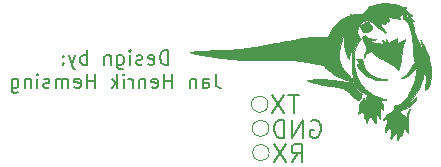
<source format=gbo>
G04 #@! TF.GenerationSoftware,KiCad,Pcbnew,5.0.1*
G04 #@! TF.CreationDate,2019-10-08T03:13:47+02:00*
G04 #@! TF.ProjectId,USB-C-Screen-Adapter,5553422D432D53637265656E2D416461,rev?*
G04 #@! TF.SameCoordinates,Original*
G04 #@! TF.FileFunction,Legend,Bot*
G04 #@! TF.FilePolarity,Positive*
%FSLAX46Y46*%
G04 Gerber Fmt 4.6, Leading zero omitted, Abs format (unit mm)*
G04 Created by KiCad (PCBNEW 5.0.1) date Tue 08 Oct 2019 03:13:47 AM CEST*
%MOMM*%
%LPD*%
G01*
G04 APERTURE LIST*
%ADD10C,0.200000*%
%ADD11C,0.010000*%
%ADD12C,0.120000*%
G04 APERTURE END LIST*
D10*
X114728571Y-109342857D02*
X114728571Y-108142857D01*
X114442857Y-108142857D01*
X114271428Y-108200000D01*
X114157142Y-108314285D01*
X114100000Y-108428571D01*
X114042857Y-108657142D01*
X114042857Y-108828571D01*
X114100000Y-109057142D01*
X114157142Y-109171428D01*
X114271428Y-109285714D01*
X114442857Y-109342857D01*
X114728571Y-109342857D01*
X113071428Y-109285714D02*
X113185714Y-109342857D01*
X113414285Y-109342857D01*
X113528571Y-109285714D01*
X113585714Y-109171428D01*
X113585714Y-108714285D01*
X113528571Y-108600000D01*
X113414285Y-108542857D01*
X113185714Y-108542857D01*
X113071428Y-108600000D01*
X113014285Y-108714285D01*
X113014285Y-108828571D01*
X113585714Y-108942857D01*
X112557142Y-109285714D02*
X112442857Y-109342857D01*
X112214285Y-109342857D01*
X112100000Y-109285714D01*
X112042857Y-109171428D01*
X112042857Y-109114285D01*
X112100000Y-109000000D01*
X112214285Y-108942857D01*
X112385714Y-108942857D01*
X112500000Y-108885714D01*
X112557142Y-108771428D01*
X112557142Y-108714285D01*
X112500000Y-108600000D01*
X112385714Y-108542857D01*
X112214285Y-108542857D01*
X112100000Y-108600000D01*
X111528571Y-109342857D02*
X111528571Y-108542857D01*
X111528571Y-108142857D02*
X111585714Y-108200000D01*
X111528571Y-108257142D01*
X111471428Y-108200000D01*
X111528571Y-108142857D01*
X111528571Y-108257142D01*
X110442857Y-108542857D02*
X110442857Y-109514285D01*
X110500000Y-109628571D01*
X110557142Y-109685714D01*
X110671428Y-109742857D01*
X110842857Y-109742857D01*
X110957142Y-109685714D01*
X110442857Y-109285714D02*
X110557142Y-109342857D01*
X110785714Y-109342857D01*
X110900000Y-109285714D01*
X110957142Y-109228571D01*
X111014285Y-109114285D01*
X111014285Y-108771428D01*
X110957142Y-108657142D01*
X110900000Y-108600000D01*
X110785714Y-108542857D01*
X110557142Y-108542857D01*
X110442857Y-108600000D01*
X109871428Y-108542857D02*
X109871428Y-109342857D01*
X109871428Y-108657142D02*
X109814285Y-108600000D01*
X109700000Y-108542857D01*
X109528571Y-108542857D01*
X109414285Y-108600000D01*
X109357142Y-108714285D01*
X109357142Y-109342857D01*
X107871428Y-109342857D02*
X107871428Y-108142857D01*
X107871428Y-108600000D02*
X107757142Y-108542857D01*
X107528571Y-108542857D01*
X107414285Y-108600000D01*
X107357142Y-108657142D01*
X107300000Y-108771428D01*
X107300000Y-109114285D01*
X107357142Y-109228571D01*
X107414285Y-109285714D01*
X107528571Y-109342857D01*
X107757142Y-109342857D01*
X107871428Y-109285714D01*
X106900000Y-108542857D02*
X106614285Y-109342857D01*
X106328571Y-108542857D02*
X106614285Y-109342857D01*
X106728571Y-109628571D01*
X106785714Y-109685714D01*
X106900000Y-109742857D01*
X105871428Y-109228571D02*
X105814285Y-109285714D01*
X105871428Y-109342857D01*
X105928571Y-109285714D01*
X105871428Y-109228571D01*
X105871428Y-109342857D01*
X105871428Y-108600000D02*
X105814285Y-108657142D01*
X105871428Y-108714285D01*
X105928571Y-108657142D01*
X105871428Y-108600000D01*
X105871428Y-108714285D01*
X118757142Y-110142857D02*
X118757142Y-111000000D01*
X118814285Y-111171428D01*
X118928571Y-111285714D01*
X119100000Y-111342857D01*
X119214285Y-111342857D01*
X117671428Y-111342857D02*
X117671428Y-110714285D01*
X117728571Y-110600000D01*
X117842857Y-110542857D01*
X118071428Y-110542857D01*
X118185714Y-110600000D01*
X117671428Y-111285714D02*
X117785714Y-111342857D01*
X118071428Y-111342857D01*
X118185714Y-111285714D01*
X118242857Y-111171428D01*
X118242857Y-111057142D01*
X118185714Y-110942857D01*
X118071428Y-110885714D01*
X117785714Y-110885714D01*
X117671428Y-110828571D01*
X117100000Y-110542857D02*
X117100000Y-111342857D01*
X117100000Y-110657142D02*
X117042857Y-110600000D01*
X116928571Y-110542857D01*
X116757142Y-110542857D01*
X116642857Y-110600000D01*
X116585714Y-110714285D01*
X116585714Y-111342857D01*
X115100000Y-111342857D02*
X115100000Y-110142857D01*
X115100000Y-110714285D02*
X114414285Y-110714285D01*
X114414285Y-111342857D02*
X114414285Y-110142857D01*
X113385714Y-111285714D02*
X113500000Y-111342857D01*
X113728571Y-111342857D01*
X113842857Y-111285714D01*
X113900000Y-111171428D01*
X113900000Y-110714285D01*
X113842857Y-110600000D01*
X113728571Y-110542857D01*
X113500000Y-110542857D01*
X113385714Y-110600000D01*
X113328571Y-110714285D01*
X113328571Y-110828571D01*
X113900000Y-110942857D01*
X112814285Y-110542857D02*
X112814285Y-111342857D01*
X112814285Y-110657142D02*
X112757142Y-110600000D01*
X112642857Y-110542857D01*
X112471428Y-110542857D01*
X112357142Y-110600000D01*
X112300000Y-110714285D01*
X112300000Y-111342857D01*
X111728571Y-111342857D02*
X111728571Y-110542857D01*
X111728571Y-110771428D02*
X111671428Y-110657142D01*
X111614285Y-110600000D01*
X111500000Y-110542857D01*
X111385714Y-110542857D01*
X110985714Y-111342857D02*
X110985714Y-110542857D01*
X110985714Y-110142857D02*
X111042857Y-110200000D01*
X110985714Y-110257142D01*
X110928571Y-110200000D01*
X110985714Y-110142857D01*
X110985714Y-110257142D01*
X110414285Y-111342857D02*
X110414285Y-110142857D01*
X110300000Y-110885714D02*
X109957142Y-111342857D01*
X109957142Y-110542857D02*
X110414285Y-111000000D01*
X108528571Y-111342857D02*
X108528571Y-110142857D01*
X108528571Y-110714285D02*
X107842857Y-110714285D01*
X107842857Y-111342857D02*
X107842857Y-110142857D01*
X106814285Y-111285714D02*
X106928571Y-111342857D01*
X107157142Y-111342857D01*
X107271428Y-111285714D01*
X107328571Y-111171428D01*
X107328571Y-110714285D01*
X107271428Y-110600000D01*
X107157142Y-110542857D01*
X106928571Y-110542857D01*
X106814285Y-110600000D01*
X106757142Y-110714285D01*
X106757142Y-110828571D01*
X107328571Y-110942857D01*
X106242857Y-111342857D02*
X106242857Y-110542857D01*
X106242857Y-110657142D02*
X106185714Y-110600000D01*
X106071428Y-110542857D01*
X105900000Y-110542857D01*
X105785714Y-110600000D01*
X105728571Y-110714285D01*
X105728571Y-111342857D01*
X105728571Y-110714285D02*
X105671428Y-110600000D01*
X105557142Y-110542857D01*
X105385714Y-110542857D01*
X105271428Y-110600000D01*
X105214285Y-110714285D01*
X105214285Y-111342857D01*
X104700000Y-111285714D02*
X104585714Y-111342857D01*
X104357142Y-111342857D01*
X104242857Y-111285714D01*
X104185714Y-111171428D01*
X104185714Y-111114285D01*
X104242857Y-111000000D01*
X104357142Y-110942857D01*
X104528571Y-110942857D01*
X104642857Y-110885714D01*
X104700000Y-110771428D01*
X104700000Y-110714285D01*
X104642857Y-110600000D01*
X104528571Y-110542857D01*
X104357142Y-110542857D01*
X104242857Y-110600000D01*
X103671428Y-111342857D02*
X103671428Y-110542857D01*
X103671428Y-110142857D02*
X103728571Y-110200000D01*
X103671428Y-110257142D01*
X103614285Y-110200000D01*
X103671428Y-110142857D01*
X103671428Y-110257142D01*
X103100000Y-110542857D02*
X103100000Y-111342857D01*
X103100000Y-110657142D02*
X103042857Y-110600000D01*
X102928571Y-110542857D01*
X102757142Y-110542857D01*
X102642857Y-110600000D01*
X102585714Y-110714285D01*
X102585714Y-111342857D01*
X101500000Y-110542857D02*
X101500000Y-111514285D01*
X101557142Y-111628571D01*
X101614285Y-111685714D01*
X101728571Y-111742857D01*
X101900000Y-111742857D01*
X102014285Y-111685714D01*
X101500000Y-111285714D02*
X101614285Y-111342857D01*
X101842857Y-111342857D01*
X101957142Y-111285714D01*
X102014285Y-111228571D01*
X102071428Y-111114285D01*
X102071428Y-110771428D01*
X102014285Y-110657142D01*
X101957142Y-110600000D01*
X101842857Y-110542857D01*
X101614285Y-110542857D01*
X101500000Y-110600000D01*
X126842857Y-114100000D02*
X126985714Y-114028571D01*
X127200000Y-114028571D01*
X127414285Y-114100000D01*
X127557142Y-114242857D01*
X127628571Y-114385714D01*
X127700000Y-114671428D01*
X127700000Y-114885714D01*
X127628571Y-115171428D01*
X127557142Y-115314285D01*
X127414285Y-115457142D01*
X127200000Y-115528571D01*
X127057142Y-115528571D01*
X126842857Y-115457142D01*
X126771428Y-115385714D01*
X126771428Y-114885714D01*
X127057142Y-114885714D01*
X126128571Y-115528571D02*
X126128571Y-114028571D01*
X125271428Y-115528571D01*
X125271428Y-114028571D01*
X124557142Y-115528571D02*
X124557142Y-114028571D01*
X124200000Y-114028571D01*
X123985714Y-114100000D01*
X123842857Y-114242857D01*
X123771428Y-114385714D01*
X123700000Y-114671428D01*
X123700000Y-114885714D01*
X123771428Y-115171428D01*
X123842857Y-115314285D01*
X123985714Y-115457142D01*
X124200000Y-115528571D01*
X124557142Y-115528571D01*
X125200000Y-117578571D02*
X125700000Y-116864285D01*
X126057142Y-117578571D02*
X126057142Y-116078571D01*
X125485714Y-116078571D01*
X125342857Y-116150000D01*
X125271428Y-116221428D01*
X125200000Y-116364285D01*
X125200000Y-116578571D01*
X125271428Y-116721428D01*
X125342857Y-116792857D01*
X125485714Y-116864285D01*
X126057142Y-116864285D01*
X124700000Y-116078571D02*
X123700000Y-117578571D01*
X123700000Y-116078571D02*
X124700000Y-117578571D01*
X125792857Y-111953571D02*
X124935714Y-111953571D01*
X125364285Y-113453571D02*
X125364285Y-111953571D01*
X124578571Y-111953571D02*
X123578571Y-113453571D01*
X123578571Y-111953571D02*
X124578571Y-113453571D01*
D11*
G04 #@! TO.C,G\002A\002A\002A*
G36*
X133157937Y-104167430D02*
X133290003Y-104167998D01*
X133395883Y-104169156D01*
X133481140Y-104171274D01*
X133551335Y-104174717D01*
X133612033Y-104179852D01*
X133668796Y-104187047D01*
X133727186Y-104196670D01*
X133792767Y-104209086D01*
X133794636Y-104209453D01*
X133896571Y-104231400D01*
X134001230Y-104258141D01*
X134114387Y-104291432D01*
X134241818Y-104333030D01*
X134389298Y-104384690D01*
X134482693Y-104418631D01*
X134582548Y-104447577D01*
X134683747Y-104463394D01*
X134776047Y-104465019D01*
X134836718Y-104455353D01*
X134867994Y-104449932D01*
X134879313Y-104461345D01*
X134880375Y-104475829D01*
X134871508Y-104516469D01*
X134849428Y-104568172D01*
X134820917Y-104617336D01*
X134793773Y-104649535D01*
X134782034Y-104663645D01*
X134788077Y-104677841D01*
X134816110Y-104697792D01*
X134840172Y-104711973D01*
X134878857Y-104738448D01*
X134933544Y-104781438D01*
X134997440Y-104835357D01*
X135063751Y-104894619D01*
X135074778Y-104904826D01*
X135166763Y-104989303D01*
X135239202Y-105053049D01*
X135294683Y-105098095D01*
X135335799Y-105126467D01*
X135365140Y-105140196D01*
X135377967Y-105142249D01*
X135400629Y-105150283D01*
X135404250Y-105158474D01*
X135391651Y-105175459D01*
X135360024Y-105200861D01*
X135318623Y-105228666D01*
X135276699Y-105252861D01*
X135243508Y-105267433D01*
X135233785Y-105269250D01*
X135226284Y-105279357D01*
X135237628Y-105311000D01*
X135255724Y-105344656D01*
X135314928Y-105435949D01*
X135378391Y-105513328D01*
X135440829Y-105570932D01*
X135483854Y-105597654D01*
X135522077Y-105617807D01*
X135544391Y-105634472D01*
X135546715Y-105638736D01*
X135533147Y-105654036D01*
X135498526Y-105668666D01*
X135453417Y-105679082D01*
X135417768Y-105682000D01*
X135386271Y-105685345D01*
X135375773Y-105693443D01*
X135375975Y-105693906D01*
X135424810Y-105794641D01*
X135462815Y-105888330D01*
X135492290Y-105983240D01*
X135515535Y-106087641D01*
X135534852Y-106209801D01*
X135547126Y-106309062D01*
X135560104Y-106409190D01*
X135576087Y-106502687D01*
X135596558Y-106593983D01*
X135622998Y-106687508D01*
X135656889Y-106787694D01*
X135699715Y-106898970D01*
X135752956Y-107025768D01*
X135818094Y-107172518D01*
X135884327Y-107317125D01*
X135945485Y-107449938D01*
X135995268Y-107559782D01*
X136035988Y-107652337D01*
X136069956Y-107733281D01*
X136099483Y-107808293D01*
X136126883Y-107883054D01*
X136154466Y-107963242D01*
X136184543Y-108054538D01*
X136184795Y-108055312D01*
X136246707Y-108245812D01*
X136239275Y-108023562D01*
X136229166Y-107851409D01*
X136210022Y-107699118D01*
X136179981Y-107555624D01*
X136137181Y-107409861D01*
X136134831Y-107402788D01*
X136114951Y-107341531D01*
X136100255Y-107292928D01*
X136092763Y-107263840D01*
X136092410Y-107258672D01*
X136103921Y-107267420D01*
X136129370Y-107294463D01*
X136155514Y-107324791D01*
X136280783Y-107492812D01*
X136400330Y-107689211D01*
X136512984Y-107910947D01*
X136617570Y-108154976D01*
X136712918Y-108418255D01*
X136797852Y-108697740D01*
X136871203Y-108990389D01*
X136931795Y-109293159D01*
X136945642Y-109375177D01*
X136959474Y-109480409D01*
X136971026Y-109607619D01*
X136980096Y-109749636D01*
X136986479Y-109899294D01*
X136989971Y-110049421D01*
X136990368Y-110192850D01*
X136987466Y-110322410D01*
X136981061Y-110430934D01*
X136976858Y-110472015D01*
X136939664Y-110697370D01*
X136885439Y-110906951D01*
X136815573Y-111096209D01*
X136740422Y-111245488D01*
X136709761Y-111291755D01*
X136669348Y-111344149D01*
X136623655Y-111397930D01*
X136577157Y-111448362D01*
X136534327Y-111490706D01*
X136499639Y-111520223D01*
X136477566Y-111532175D01*
X136472371Y-111529393D01*
X136472651Y-111506923D01*
X136478291Y-111460754D01*
X136488265Y-111398288D01*
X136497658Y-111346831D01*
X136533489Y-111112866D01*
X136554559Y-110867159D01*
X136560789Y-110618441D01*
X136552105Y-110375439D01*
X136528428Y-110146885D01*
X136509228Y-110031750D01*
X136493367Y-109952504D01*
X136478072Y-109881518D01*
X136465039Y-109826324D01*
X136455963Y-109794455D01*
X136455650Y-109793625D01*
X136446598Y-109774428D01*
X136440130Y-109776528D01*
X136434121Y-109803699D01*
X136428840Y-109841250D01*
X136417371Y-109914118D01*
X136399642Y-110009277D01*
X136377465Y-110118310D01*
X136352649Y-110232799D01*
X136327006Y-110344329D01*
X136302344Y-110444481D01*
X136285763Y-110506423D01*
X136179315Y-110841778D01*
X136052167Y-111166503D01*
X135906183Y-111477137D01*
X135743228Y-111770215D01*
X135565165Y-112042276D01*
X135373860Y-112289855D01*
X135251713Y-112427107D01*
X135193551Y-112490189D01*
X135157098Y-112533089D01*
X135141081Y-112557533D01*
X135144227Y-112565244D01*
X135150655Y-112564002D01*
X135227312Y-112531794D01*
X135317564Y-112480404D01*
X135414590Y-112414964D01*
X135511574Y-112340611D01*
X135601695Y-112262478D01*
X135678135Y-112185701D01*
X135720095Y-112135187D01*
X135755663Y-112087562D01*
X135746179Y-112131865D01*
X135697790Y-112283545D01*
X135619106Y-112431355D01*
X135511479Y-112573980D01*
X135376262Y-112710104D01*
X135214807Y-112838413D01*
X135028467Y-112957590D01*
X134818593Y-113066320D01*
X134756668Y-113094330D01*
X134646085Y-113140117D01*
X134532108Y-113182470D01*
X134424147Y-113218154D01*
X134331612Y-113243932D01*
X134303110Y-113250322D01*
X134241784Y-113262830D01*
X134322778Y-113318100D01*
X134371077Y-113356602D01*
X134428427Y-113410483D01*
X134484567Y-113469917D01*
X134500200Y-113488026D01*
X134577725Y-113570499D01*
X134651604Y-113630348D01*
X134678829Y-113646809D01*
X134738255Y-113686118D01*
X134777520Y-113727528D01*
X134783587Y-113738152D01*
X134794482Y-113777898D01*
X134804037Y-113848819D01*
X134812271Y-113951102D01*
X134818631Y-114071527D01*
X134824563Y-114194874D01*
X134830519Y-114289586D01*
X134836898Y-114358772D01*
X134844097Y-114405545D01*
X134852512Y-114433017D01*
X134862543Y-114444299D01*
X134866350Y-114445000D01*
X134880005Y-114432891D01*
X134880375Y-114429319D01*
X134881491Y-114409452D01*
X134884614Y-114362802D01*
X134889401Y-114294247D01*
X134895508Y-114208665D01*
X134902596Y-114110935D01*
X134905146Y-114076100D01*
X134922348Y-113876542D01*
X134942859Y-113705906D01*
X134967362Y-113561473D01*
X134996537Y-113440524D01*
X135031064Y-113340339D01*
X135071626Y-113258199D01*
X135118901Y-113191386D01*
X135129774Y-113179017D01*
X135164751Y-113146392D01*
X135185046Y-113138875D01*
X135188115Y-113155664D01*
X135173101Y-113192733D01*
X135159445Y-113227869D01*
X135142189Y-113284672D01*
X135124077Y-113353699D01*
X135114820Y-113393126D01*
X135105512Y-113436611D01*
X135098006Y-113478176D01*
X135092100Y-113521848D01*
X135087594Y-113571656D01*
X135084285Y-113631626D01*
X135081973Y-113705787D01*
X135080454Y-113798164D01*
X135079528Y-113912787D01*
X135078994Y-114053682D01*
X135078858Y-114111625D01*
X135078418Y-114262209D01*
X135077686Y-114384502D01*
X135076495Y-114481958D01*
X135074679Y-114558035D01*
X135072071Y-114616191D01*
X135068505Y-114659882D01*
X135063814Y-114692564D01*
X135057832Y-114717696D01*
X135050393Y-114738734D01*
X135048425Y-114743434D01*
X135031869Y-114788881D01*
X135027066Y-114829002D01*
X135032916Y-114879085D01*
X135037089Y-114900863D01*
X135047634Y-114966964D01*
X135053355Y-115031623D01*
X135054166Y-115087488D01*
X135049982Y-115127208D01*
X135040715Y-115143433D01*
X135039932Y-115143500D01*
X135017741Y-115129743D01*
X134986681Y-115091919D01*
X134950264Y-115035194D01*
X134912008Y-114964736D01*
X134896155Y-114932117D01*
X134863464Y-114868937D01*
X134833837Y-114828550D01*
X134801288Y-114803318D01*
X134791110Y-114798059D01*
X134761769Y-114786020D01*
X134738176Y-114783925D01*
X134717382Y-114795321D01*
X134696444Y-114823752D01*
X134672414Y-114872764D01*
X134642346Y-114945902D01*
X134619522Y-115004550D01*
X134587849Y-115084663D01*
X134555972Y-115161887D01*
X134527765Y-115227028D01*
X134508382Y-115268389D01*
X134471218Y-115328150D01*
X134426951Y-115379306D01*
X134382391Y-115415218D01*
X134344347Y-115429247D01*
X134343375Y-115429260D01*
X134321052Y-115444371D01*
X134290448Y-115489131D01*
X134255778Y-115555160D01*
X134224556Y-115615705D01*
X134194489Y-115667457D01*
X134170678Y-115701837D01*
X134164828Y-115708122D01*
X134141999Y-115726179D01*
X134130645Y-115721907D01*
X134124477Y-115708004D01*
X134120774Y-115679249D01*
X134120956Y-115629535D01*
X134124969Y-115569407D01*
X134125208Y-115566936D01*
X134133474Y-115469343D01*
X134139208Y-115374058D01*
X134142327Y-115286458D01*
X134142752Y-115211922D01*
X134140403Y-115155829D01*
X134135198Y-115123555D01*
X134131915Y-115118244D01*
X134114913Y-115118743D01*
X134084093Y-115134787D01*
X134037097Y-115168025D01*
X133971567Y-115220107D01*
X133897201Y-115282406D01*
X133849075Y-115321354D01*
X133808510Y-115350573D01*
X133782636Y-115365030D01*
X133779157Y-115365750D01*
X133762533Y-115379048D01*
X133738680Y-115413815D01*
X133714241Y-115459580D01*
X133670979Y-115542392D01*
X133633719Y-115598569D01*
X133603638Y-115627625D01*
X133581918Y-115629073D01*
X133569737Y-115602426D01*
X133568275Y-115547198D01*
X133570760Y-115518758D01*
X133579051Y-115453654D01*
X133588890Y-115390603D01*
X133595012Y-115358338D01*
X133600582Y-115303471D01*
X133591536Y-115274866D01*
X133583528Y-115256720D01*
X133581210Y-115225234D01*
X133584914Y-115176006D01*
X133594973Y-115104635D01*
X133611717Y-115006718D01*
X133611793Y-115006293D01*
X133621732Y-114945412D01*
X133624423Y-114906006D01*
X133619420Y-114878538D01*
X133606276Y-114853470D01*
X133604514Y-114850754D01*
X133566708Y-114808796D01*
X133516777Y-114772749D01*
X133466769Y-114750402D01*
X133443687Y-114746772D01*
X133406880Y-114751004D01*
X133359951Y-114761267D01*
X133355796Y-114762398D01*
X133321961Y-114775704D01*
X133296590Y-114798505D01*
X133272290Y-114838910D01*
X133257185Y-114870522D01*
X133220054Y-114943632D01*
X133183910Y-115000801D01*
X133152184Y-115037210D01*
X133130614Y-115048250D01*
X133122579Y-115035535D01*
X133120543Y-114996054D01*
X133124440Y-114927800D01*
X133126031Y-114909343D01*
X133132491Y-114827768D01*
X133137959Y-114741209D01*
X133141364Y-114666875D01*
X133141591Y-114659312D01*
X133144641Y-114600214D01*
X133151575Y-114547213D01*
X133164411Y-114493008D01*
X133185166Y-114430297D01*
X133215859Y-114351779D01*
X133247554Y-114275909D01*
X133277460Y-114202628D01*
X133293817Y-114149281D01*
X133296270Y-114106921D01*
X133284463Y-114066604D01*
X133258041Y-114019384D01*
X133236035Y-113985543D01*
X133193832Y-113921770D01*
X133071886Y-113987857D01*
X132994962Y-114025516D01*
X132941628Y-114042249D01*
X132911617Y-114038082D01*
X132904661Y-114013036D01*
X132906778Y-114002398D01*
X132922916Y-113972290D01*
X132955979Y-113928441D01*
X132999229Y-113878282D01*
X133045928Y-113829241D01*
X133089338Y-113788747D01*
X133122722Y-113764229D01*
X133122852Y-113764159D01*
X133155961Y-113736334D01*
X133172257Y-113707357D01*
X133195256Y-113656349D01*
X133239770Y-113607984D01*
X133309245Y-113559196D01*
X133385853Y-113517431D01*
X133544310Y-113426669D01*
X133672368Y-113328564D01*
X133770694Y-113222316D01*
X133839956Y-113107127D01*
X133880823Y-112982197D01*
X133891029Y-112913611D01*
X133900186Y-112815544D01*
X134013094Y-112789046D01*
X134190385Y-112731520D01*
X134364767Y-112643434D01*
X134535204Y-112525925D01*
X134700665Y-112380128D01*
X134860114Y-112207179D01*
X135012519Y-112008213D01*
X135156844Y-111784366D01*
X135292058Y-111536773D01*
X135417125Y-111266569D01*
X135432643Y-111229700D01*
X135556464Y-110893678D01*
X135655315Y-110542274D01*
X135727854Y-110181311D01*
X135772742Y-109816616D01*
X135779700Y-109722187D01*
X135789757Y-109563437D01*
X135661720Y-109724594D01*
X135499277Y-109914456D01*
X135336792Y-110074249D01*
X135171895Y-110205567D01*
X135002220Y-110310006D01*
X134825399Y-110389161D01*
X134639063Y-110444627D01*
X134572253Y-110458535D01*
X134526957Y-110463660D01*
X134497239Y-110461138D01*
X134487811Y-110452998D01*
X134503382Y-110441267D01*
X134518988Y-110435608D01*
X134568108Y-110413314D01*
X134632851Y-110374034D01*
X134706036Y-110322869D01*
X134780479Y-110264920D01*
X134848996Y-110205291D01*
X134865997Y-110189129D01*
X134930203Y-110124760D01*
X134988540Y-110061421D01*
X135044083Y-109994878D01*
X135099905Y-109920895D01*
X135159079Y-109835237D01*
X135224677Y-109733670D01*
X135299774Y-109611958D01*
X135371880Y-109492000D01*
X135423172Y-109407322D01*
X135473050Y-109327395D01*
X135517653Y-109258231D01*
X135553120Y-109205840D01*
X135571845Y-109180626D01*
X135625089Y-109115315D01*
X135595638Y-109037751D01*
X135577927Y-108981253D01*
X135561325Y-108906953D01*
X135545529Y-108812539D01*
X135530237Y-108695694D01*
X135515148Y-108554105D01*
X135499959Y-108385459D01*
X135484369Y-108187440D01*
X135483988Y-108182312D01*
X135459506Y-107868960D01*
X135434632Y-107585198D01*
X135408961Y-107328868D01*
X135382089Y-107097810D01*
X135353608Y-106889865D01*
X135323115Y-106702874D01*
X135290204Y-106534678D01*
X135254468Y-106383117D01*
X135215504Y-106246031D01*
X135172906Y-106121263D01*
X135126268Y-106006653D01*
X135075185Y-105900040D01*
X135045019Y-105843980D01*
X134980082Y-105744398D01*
X134903474Y-105653794D01*
X134820645Y-105577080D01*
X134737048Y-105519169D01*
X134658134Y-105484973D01*
X134642456Y-105481222D01*
X134606415Y-105472518D01*
X134598160Y-105461174D01*
X134615551Y-105438948D01*
X134628162Y-105426212D01*
X134650612Y-105395255D01*
X134654368Y-105358136D01*
X134650943Y-105334931D01*
X134636773Y-105252670D01*
X134630222Y-105195820D01*
X134631161Y-105159003D01*
X134639462Y-105136841D01*
X134646044Y-105129813D01*
X134701116Y-105103896D01*
X134768079Y-105105686D01*
X134832750Y-105129559D01*
X134891464Y-105170035D01*
X134923405Y-105220226D01*
X134930189Y-105284628D01*
X134915640Y-105360161D01*
X134904223Y-105408477D01*
X134900172Y-105443795D01*
X134902506Y-105455422D01*
X134925074Y-105457876D01*
X134959941Y-105441262D01*
X134999399Y-105411165D01*
X135035741Y-105373173D01*
X135055332Y-105344640D01*
X135082724Y-105277224D01*
X135092879Y-105208936D01*
X135085348Y-105149295D01*
X135066215Y-105114129D01*
X135015460Y-105078246D01*
X134941654Y-105052222D01*
X134852048Y-105036439D01*
X134753892Y-105031278D01*
X134654439Y-105037121D01*
X134560939Y-105054349D01*
X134480646Y-105083340D01*
X134424219Y-105114842D01*
X134387571Y-105147340D01*
X134360012Y-105190771D01*
X134355671Y-105199524D01*
X134331930Y-105273820D01*
X134330293Y-105346404D01*
X134350370Y-105408235D01*
X134365552Y-105429232D01*
X134379066Y-105445946D01*
X134377610Y-105455075D01*
X134355944Y-105458909D01*
X134308827Y-105459741D01*
X134295785Y-105459750D01*
X134246827Y-105456384D01*
X134174672Y-105447088D01*
X134087065Y-105433063D01*
X133991749Y-105415508D01*
X133932169Y-105403376D01*
X133779975Y-105373455D01*
X133653855Y-105353967D01*
X133550019Y-105344560D01*
X133464680Y-105344882D01*
X133397901Y-105353749D01*
X133336241Y-105366737D01*
X133395935Y-105427869D01*
X133434138Y-105472597D01*
X133452498Y-105512549D01*
X133457306Y-105552974D01*
X133450915Y-105605141D01*
X133432068Y-105650986D01*
X133405507Y-105686507D01*
X133375972Y-105707702D01*
X133348202Y-105710572D01*
X133326938Y-105691114D01*
X133319674Y-105669154D01*
X133294812Y-105622847D01*
X133242390Y-105589634D01*
X133164091Y-105570232D01*
X133077000Y-105565146D01*
X132971730Y-105575759D01*
X132882116Y-105605083D01*
X132813168Y-105651028D01*
X132782235Y-105688135D01*
X132758904Y-105752661D01*
X132755851Y-105835987D01*
X132771447Y-105933932D01*
X132804066Y-106042313D01*
X132852077Y-106156949D01*
X132913854Y-106273657D01*
X132987768Y-106388256D01*
X133072192Y-106496563D01*
X133115780Y-106544888D01*
X133173812Y-106606089D01*
X133118250Y-106594570D01*
X133058070Y-106576636D01*
X132988677Y-106545231D01*
X132908033Y-106498960D01*
X132814096Y-106436429D01*
X132704827Y-106356243D01*
X132578187Y-106257008D01*
X132432136Y-106137330D01*
X132356250Y-106073660D01*
X132295919Y-106022426D01*
X132242702Y-105976688D01*
X132202309Y-105941388D01*
X132180451Y-105921473D01*
X132180297Y-105921321D01*
X132137563Y-105880648D01*
X132081287Y-105829670D01*
X132016877Y-105772997D01*
X131949744Y-105715239D01*
X131885295Y-105661008D01*
X131828939Y-105614914D01*
X131786085Y-105581567D01*
X131764219Y-105566637D01*
X131711081Y-105547410D01*
X131648262Y-105547243D01*
X131641875Y-105548040D01*
X131507125Y-105575275D01*
X131379017Y-105618664D01*
X131311571Y-105650514D01*
X131257293Y-105676258D01*
X131227435Y-105682040D01*
X131221558Y-105676990D01*
X131212586Y-105637626D01*
X131203775Y-105582435D01*
X131196069Y-105520370D01*
X131190411Y-105460381D01*
X131187746Y-105411422D01*
X131189019Y-105382442D01*
X131190151Y-105379219D01*
X131193288Y-105367017D01*
X131184161Y-105370792D01*
X131170006Y-105391301D01*
X131152689Y-105432300D01*
X131141045Y-105467975D01*
X131127481Y-105520385D01*
X131124309Y-105559651D01*
X131131779Y-105601572D01*
X131143792Y-105641968D01*
X131171534Y-105729977D01*
X131105265Y-105795590D01*
X131056627Y-105849187D01*
X131008533Y-105910607D01*
X130989530Y-105938289D01*
X130961478Y-105979856D01*
X130939948Y-106007843D01*
X130931384Y-106015375D01*
X130928650Y-106000676D01*
X130928296Y-105961097D01*
X130930264Y-105903415D01*
X130932686Y-105860593D01*
X130961854Y-105639276D01*
X131019755Y-105431225D01*
X131106040Y-105237145D01*
X131220359Y-105057738D01*
X131362364Y-104893707D01*
X131455025Y-104807819D01*
X131512892Y-104756433D01*
X131551401Y-104716455D01*
X131576524Y-104680152D01*
X131594234Y-104639790D01*
X131601347Y-104618338D01*
X131633782Y-104536533D01*
X131675263Y-104463979D01*
X131720573Y-104408715D01*
X131753677Y-104383584D01*
X131802350Y-104370609D01*
X131871246Y-104370015D01*
X131877127Y-104370512D01*
X131952772Y-104370288D01*
X132021669Y-104351778D01*
X132035877Y-104345866D01*
X132142776Y-104305253D01*
X132273340Y-104265282D01*
X132419524Y-104228228D01*
X132546750Y-104201360D01*
X132606347Y-104190521D01*
X132661922Y-104182170D01*
X132718853Y-104176009D01*
X132782518Y-104171739D01*
X132858299Y-104169061D01*
X132951574Y-104167678D01*
X133067722Y-104167290D01*
X133157937Y-104167430D01*
X133157937Y-104167430D01*
G37*
X133157937Y-104167430D02*
X133290003Y-104167998D01*
X133395883Y-104169156D01*
X133481140Y-104171274D01*
X133551335Y-104174717D01*
X133612033Y-104179852D01*
X133668796Y-104187047D01*
X133727186Y-104196670D01*
X133792767Y-104209086D01*
X133794636Y-104209453D01*
X133896571Y-104231400D01*
X134001230Y-104258141D01*
X134114387Y-104291432D01*
X134241818Y-104333030D01*
X134389298Y-104384690D01*
X134482693Y-104418631D01*
X134582548Y-104447577D01*
X134683747Y-104463394D01*
X134776047Y-104465019D01*
X134836718Y-104455353D01*
X134867994Y-104449932D01*
X134879313Y-104461345D01*
X134880375Y-104475829D01*
X134871508Y-104516469D01*
X134849428Y-104568172D01*
X134820917Y-104617336D01*
X134793773Y-104649535D01*
X134782034Y-104663645D01*
X134788077Y-104677841D01*
X134816110Y-104697792D01*
X134840172Y-104711973D01*
X134878857Y-104738448D01*
X134933544Y-104781438D01*
X134997440Y-104835357D01*
X135063751Y-104894619D01*
X135074778Y-104904826D01*
X135166763Y-104989303D01*
X135239202Y-105053049D01*
X135294683Y-105098095D01*
X135335799Y-105126467D01*
X135365140Y-105140196D01*
X135377967Y-105142249D01*
X135400629Y-105150283D01*
X135404250Y-105158474D01*
X135391651Y-105175459D01*
X135360024Y-105200861D01*
X135318623Y-105228666D01*
X135276699Y-105252861D01*
X135243508Y-105267433D01*
X135233785Y-105269250D01*
X135226284Y-105279357D01*
X135237628Y-105311000D01*
X135255724Y-105344656D01*
X135314928Y-105435949D01*
X135378391Y-105513328D01*
X135440829Y-105570932D01*
X135483854Y-105597654D01*
X135522077Y-105617807D01*
X135544391Y-105634472D01*
X135546715Y-105638736D01*
X135533147Y-105654036D01*
X135498526Y-105668666D01*
X135453417Y-105679082D01*
X135417768Y-105682000D01*
X135386271Y-105685345D01*
X135375773Y-105693443D01*
X135375975Y-105693906D01*
X135424810Y-105794641D01*
X135462815Y-105888330D01*
X135492290Y-105983240D01*
X135515535Y-106087641D01*
X135534852Y-106209801D01*
X135547126Y-106309062D01*
X135560104Y-106409190D01*
X135576087Y-106502687D01*
X135596558Y-106593983D01*
X135622998Y-106687508D01*
X135656889Y-106787694D01*
X135699715Y-106898970D01*
X135752956Y-107025768D01*
X135818094Y-107172518D01*
X135884327Y-107317125D01*
X135945485Y-107449938D01*
X135995268Y-107559782D01*
X136035988Y-107652337D01*
X136069956Y-107733281D01*
X136099483Y-107808293D01*
X136126883Y-107883054D01*
X136154466Y-107963242D01*
X136184543Y-108054538D01*
X136184795Y-108055312D01*
X136246707Y-108245812D01*
X136239275Y-108023562D01*
X136229166Y-107851409D01*
X136210022Y-107699118D01*
X136179981Y-107555624D01*
X136137181Y-107409861D01*
X136134831Y-107402788D01*
X136114951Y-107341531D01*
X136100255Y-107292928D01*
X136092763Y-107263840D01*
X136092410Y-107258672D01*
X136103921Y-107267420D01*
X136129370Y-107294463D01*
X136155514Y-107324791D01*
X136280783Y-107492812D01*
X136400330Y-107689211D01*
X136512984Y-107910947D01*
X136617570Y-108154976D01*
X136712918Y-108418255D01*
X136797852Y-108697740D01*
X136871203Y-108990389D01*
X136931795Y-109293159D01*
X136945642Y-109375177D01*
X136959474Y-109480409D01*
X136971026Y-109607619D01*
X136980096Y-109749636D01*
X136986479Y-109899294D01*
X136989971Y-110049421D01*
X136990368Y-110192850D01*
X136987466Y-110322410D01*
X136981061Y-110430934D01*
X136976858Y-110472015D01*
X136939664Y-110697370D01*
X136885439Y-110906951D01*
X136815573Y-111096209D01*
X136740422Y-111245488D01*
X136709761Y-111291755D01*
X136669348Y-111344149D01*
X136623655Y-111397930D01*
X136577157Y-111448362D01*
X136534327Y-111490706D01*
X136499639Y-111520223D01*
X136477566Y-111532175D01*
X136472371Y-111529393D01*
X136472651Y-111506923D01*
X136478291Y-111460754D01*
X136488265Y-111398288D01*
X136497658Y-111346831D01*
X136533489Y-111112866D01*
X136554559Y-110867159D01*
X136560789Y-110618441D01*
X136552105Y-110375439D01*
X136528428Y-110146885D01*
X136509228Y-110031750D01*
X136493367Y-109952504D01*
X136478072Y-109881518D01*
X136465039Y-109826324D01*
X136455963Y-109794455D01*
X136455650Y-109793625D01*
X136446598Y-109774428D01*
X136440130Y-109776528D01*
X136434121Y-109803699D01*
X136428840Y-109841250D01*
X136417371Y-109914118D01*
X136399642Y-110009277D01*
X136377465Y-110118310D01*
X136352649Y-110232799D01*
X136327006Y-110344329D01*
X136302344Y-110444481D01*
X136285763Y-110506423D01*
X136179315Y-110841778D01*
X136052167Y-111166503D01*
X135906183Y-111477137D01*
X135743228Y-111770215D01*
X135565165Y-112042276D01*
X135373860Y-112289855D01*
X135251713Y-112427107D01*
X135193551Y-112490189D01*
X135157098Y-112533089D01*
X135141081Y-112557533D01*
X135144227Y-112565244D01*
X135150655Y-112564002D01*
X135227312Y-112531794D01*
X135317564Y-112480404D01*
X135414590Y-112414964D01*
X135511574Y-112340611D01*
X135601695Y-112262478D01*
X135678135Y-112185701D01*
X135720095Y-112135187D01*
X135755663Y-112087562D01*
X135746179Y-112131865D01*
X135697790Y-112283545D01*
X135619106Y-112431355D01*
X135511479Y-112573980D01*
X135376262Y-112710104D01*
X135214807Y-112838413D01*
X135028467Y-112957590D01*
X134818593Y-113066320D01*
X134756668Y-113094330D01*
X134646085Y-113140117D01*
X134532108Y-113182470D01*
X134424147Y-113218154D01*
X134331612Y-113243932D01*
X134303110Y-113250322D01*
X134241784Y-113262830D01*
X134322778Y-113318100D01*
X134371077Y-113356602D01*
X134428427Y-113410483D01*
X134484567Y-113469917D01*
X134500200Y-113488026D01*
X134577725Y-113570499D01*
X134651604Y-113630348D01*
X134678829Y-113646809D01*
X134738255Y-113686118D01*
X134777520Y-113727528D01*
X134783587Y-113738152D01*
X134794482Y-113777898D01*
X134804037Y-113848819D01*
X134812271Y-113951102D01*
X134818631Y-114071527D01*
X134824563Y-114194874D01*
X134830519Y-114289586D01*
X134836898Y-114358772D01*
X134844097Y-114405545D01*
X134852512Y-114433017D01*
X134862543Y-114444299D01*
X134866350Y-114445000D01*
X134880005Y-114432891D01*
X134880375Y-114429319D01*
X134881491Y-114409452D01*
X134884614Y-114362802D01*
X134889401Y-114294247D01*
X134895508Y-114208665D01*
X134902596Y-114110935D01*
X134905146Y-114076100D01*
X134922348Y-113876542D01*
X134942859Y-113705906D01*
X134967362Y-113561473D01*
X134996537Y-113440524D01*
X135031064Y-113340339D01*
X135071626Y-113258199D01*
X135118901Y-113191386D01*
X135129774Y-113179017D01*
X135164751Y-113146392D01*
X135185046Y-113138875D01*
X135188115Y-113155664D01*
X135173101Y-113192733D01*
X135159445Y-113227869D01*
X135142189Y-113284672D01*
X135124077Y-113353699D01*
X135114820Y-113393126D01*
X135105512Y-113436611D01*
X135098006Y-113478176D01*
X135092100Y-113521848D01*
X135087594Y-113571656D01*
X135084285Y-113631626D01*
X135081973Y-113705787D01*
X135080454Y-113798164D01*
X135079528Y-113912787D01*
X135078994Y-114053682D01*
X135078858Y-114111625D01*
X135078418Y-114262209D01*
X135077686Y-114384502D01*
X135076495Y-114481958D01*
X135074679Y-114558035D01*
X135072071Y-114616191D01*
X135068505Y-114659882D01*
X135063814Y-114692564D01*
X135057832Y-114717696D01*
X135050393Y-114738734D01*
X135048425Y-114743434D01*
X135031869Y-114788881D01*
X135027066Y-114829002D01*
X135032916Y-114879085D01*
X135037089Y-114900863D01*
X135047634Y-114966964D01*
X135053355Y-115031623D01*
X135054166Y-115087488D01*
X135049982Y-115127208D01*
X135040715Y-115143433D01*
X135039932Y-115143500D01*
X135017741Y-115129743D01*
X134986681Y-115091919D01*
X134950264Y-115035194D01*
X134912008Y-114964736D01*
X134896155Y-114932117D01*
X134863464Y-114868937D01*
X134833837Y-114828550D01*
X134801288Y-114803318D01*
X134791110Y-114798059D01*
X134761769Y-114786020D01*
X134738176Y-114783925D01*
X134717382Y-114795321D01*
X134696444Y-114823752D01*
X134672414Y-114872764D01*
X134642346Y-114945902D01*
X134619522Y-115004550D01*
X134587849Y-115084663D01*
X134555972Y-115161887D01*
X134527765Y-115227028D01*
X134508382Y-115268389D01*
X134471218Y-115328150D01*
X134426951Y-115379306D01*
X134382391Y-115415218D01*
X134344347Y-115429247D01*
X134343375Y-115429260D01*
X134321052Y-115444371D01*
X134290448Y-115489131D01*
X134255778Y-115555160D01*
X134224556Y-115615705D01*
X134194489Y-115667457D01*
X134170678Y-115701837D01*
X134164828Y-115708122D01*
X134141999Y-115726179D01*
X134130645Y-115721907D01*
X134124477Y-115708004D01*
X134120774Y-115679249D01*
X134120956Y-115629535D01*
X134124969Y-115569407D01*
X134125208Y-115566936D01*
X134133474Y-115469343D01*
X134139208Y-115374058D01*
X134142327Y-115286458D01*
X134142752Y-115211922D01*
X134140403Y-115155829D01*
X134135198Y-115123555D01*
X134131915Y-115118244D01*
X134114913Y-115118743D01*
X134084093Y-115134787D01*
X134037097Y-115168025D01*
X133971567Y-115220107D01*
X133897201Y-115282406D01*
X133849075Y-115321354D01*
X133808510Y-115350573D01*
X133782636Y-115365030D01*
X133779157Y-115365750D01*
X133762533Y-115379048D01*
X133738680Y-115413815D01*
X133714241Y-115459580D01*
X133670979Y-115542392D01*
X133633719Y-115598569D01*
X133603638Y-115627625D01*
X133581918Y-115629073D01*
X133569737Y-115602426D01*
X133568275Y-115547198D01*
X133570760Y-115518758D01*
X133579051Y-115453654D01*
X133588890Y-115390603D01*
X133595012Y-115358338D01*
X133600582Y-115303471D01*
X133591536Y-115274866D01*
X133583528Y-115256720D01*
X133581210Y-115225234D01*
X133584914Y-115176006D01*
X133594973Y-115104635D01*
X133611717Y-115006718D01*
X133611793Y-115006293D01*
X133621732Y-114945412D01*
X133624423Y-114906006D01*
X133619420Y-114878538D01*
X133606276Y-114853470D01*
X133604514Y-114850754D01*
X133566708Y-114808796D01*
X133516777Y-114772749D01*
X133466769Y-114750402D01*
X133443687Y-114746772D01*
X133406880Y-114751004D01*
X133359951Y-114761267D01*
X133355796Y-114762398D01*
X133321961Y-114775704D01*
X133296590Y-114798505D01*
X133272290Y-114838910D01*
X133257185Y-114870522D01*
X133220054Y-114943632D01*
X133183910Y-115000801D01*
X133152184Y-115037210D01*
X133130614Y-115048250D01*
X133122579Y-115035535D01*
X133120543Y-114996054D01*
X133124440Y-114927800D01*
X133126031Y-114909343D01*
X133132491Y-114827768D01*
X133137959Y-114741209D01*
X133141364Y-114666875D01*
X133141591Y-114659312D01*
X133144641Y-114600214D01*
X133151575Y-114547213D01*
X133164411Y-114493008D01*
X133185166Y-114430297D01*
X133215859Y-114351779D01*
X133247554Y-114275909D01*
X133277460Y-114202628D01*
X133293817Y-114149281D01*
X133296270Y-114106921D01*
X133284463Y-114066604D01*
X133258041Y-114019384D01*
X133236035Y-113985543D01*
X133193832Y-113921770D01*
X133071886Y-113987857D01*
X132994962Y-114025516D01*
X132941628Y-114042249D01*
X132911617Y-114038082D01*
X132904661Y-114013036D01*
X132906778Y-114002398D01*
X132922916Y-113972290D01*
X132955979Y-113928441D01*
X132999229Y-113878282D01*
X133045928Y-113829241D01*
X133089338Y-113788747D01*
X133122722Y-113764229D01*
X133122852Y-113764159D01*
X133155961Y-113736334D01*
X133172257Y-113707357D01*
X133195256Y-113656349D01*
X133239770Y-113607984D01*
X133309245Y-113559196D01*
X133385853Y-113517431D01*
X133544310Y-113426669D01*
X133672368Y-113328564D01*
X133770694Y-113222316D01*
X133839956Y-113107127D01*
X133880823Y-112982197D01*
X133891029Y-112913611D01*
X133900186Y-112815544D01*
X134013094Y-112789046D01*
X134190385Y-112731520D01*
X134364767Y-112643434D01*
X134535204Y-112525925D01*
X134700665Y-112380128D01*
X134860114Y-112207179D01*
X135012519Y-112008213D01*
X135156844Y-111784366D01*
X135292058Y-111536773D01*
X135417125Y-111266569D01*
X135432643Y-111229700D01*
X135556464Y-110893678D01*
X135655315Y-110542274D01*
X135727854Y-110181311D01*
X135772742Y-109816616D01*
X135779700Y-109722187D01*
X135789757Y-109563437D01*
X135661720Y-109724594D01*
X135499277Y-109914456D01*
X135336792Y-110074249D01*
X135171895Y-110205567D01*
X135002220Y-110310006D01*
X134825399Y-110389161D01*
X134639063Y-110444627D01*
X134572253Y-110458535D01*
X134526957Y-110463660D01*
X134497239Y-110461138D01*
X134487811Y-110452998D01*
X134503382Y-110441267D01*
X134518988Y-110435608D01*
X134568108Y-110413314D01*
X134632851Y-110374034D01*
X134706036Y-110322869D01*
X134780479Y-110264920D01*
X134848996Y-110205291D01*
X134865997Y-110189129D01*
X134930203Y-110124760D01*
X134988540Y-110061421D01*
X135044083Y-109994878D01*
X135099905Y-109920895D01*
X135159079Y-109835237D01*
X135224677Y-109733670D01*
X135299774Y-109611958D01*
X135371880Y-109492000D01*
X135423172Y-109407322D01*
X135473050Y-109327395D01*
X135517653Y-109258231D01*
X135553120Y-109205840D01*
X135571845Y-109180626D01*
X135625089Y-109115315D01*
X135595638Y-109037751D01*
X135577927Y-108981253D01*
X135561325Y-108906953D01*
X135545529Y-108812539D01*
X135530237Y-108695694D01*
X135515148Y-108554105D01*
X135499959Y-108385459D01*
X135484369Y-108187440D01*
X135483988Y-108182312D01*
X135459506Y-107868960D01*
X135434632Y-107585198D01*
X135408961Y-107328868D01*
X135382089Y-107097810D01*
X135353608Y-106889865D01*
X135323115Y-106702874D01*
X135290204Y-106534678D01*
X135254468Y-106383117D01*
X135215504Y-106246031D01*
X135172906Y-106121263D01*
X135126268Y-106006653D01*
X135075185Y-105900040D01*
X135045019Y-105843980D01*
X134980082Y-105744398D01*
X134903474Y-105653794D01*
X134820645Y-105577080D01*
X134737048Y-105519169D01*
X134658134Y-105484973D01*
X134642456Y-105481222D01*
X134606415Y-105472518D01*
X134598160Y-105461174D01*
X134615551Y-105438948D01*
X134628162Y-105426212D01*
X134650612Y-105395255D01*
X134654368Y-105358136D01*
X134650943Y-105334931D01*
X134636773Y-105252670D01*
X134630222Y-105195820D01*
X134631161Y-105159003D01*
X134639462Y-105136841D01*
X134646044Y-105129813D01*
X134701116Y-105103896D01*
X134768079Y-105105686D01*
X134832750Y-105129559D01*
X134891464Y-105170035D01*
X134923405Y-105220226D01*
X134930189Y-105284628D01*
X134915640Y-105360161D01*
X134904223Y-105408477D01*
X134900172Y-105443795D01*
X134902506Y-105455422D01*
X134925074Y-105457876D01*
X134959941Y-105441262D01*
X134999399Y-105411165D01*
X135035741Y-105373173D01*
X135055332Y-105344640D01*
X135082724Y-105277224D01*
X135092879Y-105208936D01*
X135085348Y-105149295D01*
X135066215Y-105114129D01*
X135015460Y-105078246D01*
X134941654Y-105052222D01*
X134852048Y-105036439D01*
X134753892Y-105031278D01*
X134654439Y-105037121D01*
X134560939Y-105054349D01*
X134480646Y-105083340D01*
X134424219Y-105114842D01*
X134387571Y-105147340D01*
X134360012Y-105190771D01*
X134355671Y-105199524D01*
X134331930Y-105273820D01*
X134330293Y-105346404D01*
X134350370Y-105408235D01*
X134365552Y-105429232D01*
X134379066Y-105445946D01*
X134377610Y-105455075D01*
X134355944Y-105458909D01*
X134308827Y-105459741D01*
X134295785Y-105459750D01*
X134246827Y-105456384D01*
X134174672Y-105447088D01*
X134087065Y-105433063D01*
X133991749Y-105415508D01*
X133932169Y-105403376D01*
X133779975Y-105373455D01*
X133653855Y-105353967D01*
X133550019Y-105344560D01*
X133464680Y-105344882D01*
X133397901Y-105353749D01*
X133336241Y-105366737D01*
X133395935Y-105427869D01*
X133434138Y-105472597D01*
X133452498Y-105512549D01*
X133457306Y-105552974D01*
X133450915Y-105605141D01*
X133432068Y-105650986D01*
X133405507Y-105686507D01*
X133375972Y-105707702D01*
X133348202Y-105710572D01*
X133326938Y-105691114D01*
X133319674Y-105669154D01*
X133294812Y-105622847D01*
X133242390Y-105589634D01*
X133164091Y-105570232D01*
X133077000Y-105565146D01*
X132971730Y-105575759D01*
X132882116Y-105605083D01*
X132813168Y-105651028D01*
X132782235Y-105688135D01*
X132758904Y-105752661D01*
X132755851Y-105835987D01*
X132771447Y-105933932D01*
X132804066Y-106042313D01*
X132852077Y-106156949D01*
X132913854Y-106273657D01*
X132987768Y-106388256D01*
X133072192Y-106496563D01*
X133115780Y-106544888D01*
X133173812Y-106606089D01*
X133118250Y-106594570D01*
X133058070Y-106576636D01*
X132988677Y-106545231D01*
X132908033Y-106498960D01*
X132814096Y-106436429D01*
X132704827Y-106356243D01*
X132578187Y-106257008D01*
X132432136Y-106137330D01*
X132356250Y-106073660D01*
X132295919Y-106022426D01*
X132242702Y-105976688D01*
X132202309Y-105941388D01*
X132180451Y-105921473D01*
X132180297Y-105921321D01*
X132137563Y-105880648D01*
X132081287Y-105829670D01*
X132016877Y-105772997D01*
X131949744Y-105715239D01*
X131885295Y-105661008D01*
X131828939Y-105614914D01*
X131786085Y-105581567D01*
X131764219Y-105566637D01*
X131711081Y-105547410D01*
X131648262Y-105547243D01*
X131641875Y-105548040D01*
X131507125Y-105575275D01*
X131379017Y-105618664D01*
X131311571Y-105650514D01*
X131257293Y-105676258D01*
X131227435Y-105682040D01*
X131221558Y-105676990D01*
X131212586Y-105637626D01*
X131203775Y-105582435D01*
X131196069Y-105520370D01*
X131190411Y-105460381D01*
X131187746Y-105411422D01*
X131189019Y-105382442D01*
X131190151Y-105379219D01*
X131193288Y-105367017D01*
X131184161Y-105370792D01*
X131170006Y-105391301D01*
X131152689Y-105432300D01*
X131141045Y-105467975D01*
X131127481Y-105520385D01*
X131124309Y-105559651D01*
X131131779Y-105601572D01*
X131143792Y-105641968D01*
X131171534Y-105729977D01*
X131105265Y-105795590D01*
X131056627Y-105849187D01*
X131008533Y-105910607D01*
X130989530Y-105938289D01*
X130961478Y-105979856D01*
X130939948Y-106007843D01*
X130931384Y-106015375D01*
X130928650Y-106000676D01*
X130928296Y-105961097D01*
X130930264Y-105903415D01*
X130932686Y-105860593D01*
X130961854Y-105639276D01*
X131019755Y-105431225D01*
X131106040Y-105237145D01*
X131220359Y-105057738D01*
X131362364Y-104893707D01*
X131455025Y-104807819D01*
X131512892Y-104756433D01*
X131551401Y-104716455D01*
X131576524Y-104680152D01*
X131594234Y-104639790D01*
X131601347Y-104618338D01*
X131633782Y-104536533D01*
X131675263Y-104463979D01*
X131720573Y-104408715D01*
X131753677Y-104383584D01*
X131802350Y-104370609D01*
X131871246Y-104370015D01*
X131877127Y-104370512D01*
X131952772Y-104370288D01*
X132021669Y-104351778D01*
X132035877Y-104345866D01*
X132142776Y-104305253D01*
X132273340Y-104265282D01*
X132419524Y-104228228D01*
X132546750Y-104201360D01*
X132606347Y-104190521D01*
X132661922Y-104182170D01*
X132718853Y-104176009D01*
X132782518Y-104171739D01*
X132858299Y-104169061D01*
X132951574Y-104167678D01*
X133067722Y-104167290D01*
X133157937Y-104167430D01*
G36*
X127720750Y-114421187D02*
X127712812Y-114429125D01*
X127704875Y-114421187D01*
X127712812Y-114413250D01*
X127720750Y-114421187D01*
X127720750Y-114421187D01*
G37*
X127720750Y-114421187D02*
X127712812Y-114429125D01*
X127704875Y-114421187D01*
X127712812Y-114413250D01*
X127720750Y-114421187D01*
G36*
X130543063Y-105053174D02*
X130544630Y-105053289D01*
X130696563Y-105063862D01*
X130819715Y-105071044D01*
X130916866Y-105074895D01*
X130990795Y-105075473D01*
X131044284Y-105072837D01*
X131080113Y-105067045D01*
X131087674Y-105064757D01*
X131130716Y-105053723D01*
X131148386Y-105058938D01*
X131139537Y-105079997D01*
X131137665Y-105082335D01*
X131111475Y-105122101D01*
X131078831Y-105183166D01*
X131043957Y-105256928D01*
X131011077Y-105334784D01*
X131001478Y-105359657D01*
X130966495Y-105460150D01*
X130939953Y-105555827D01*
X130919801Y-105656459D01*
X130903988Y-105771821D01*
X130893867Y-105872500D01*
X130886666Y-105951088D01*
X130880339Y-106017276D01*
X130875470Y-106065183D01*
X130872638Y-106088926D01*
X130872300Y-106090429D01*
X130857806Y-106086175D01*
X130821053Y-106071723D01*
X130768788Y-106049775D01*
X130743966Y-106039029D01*
X130683951Y-106014017D01*
X130633240Y-105995041D01*
X130600130Y-105985131D01*
X130594125Y-105984365D01*
X130596008Y-105989710D01*
X130622262Y-106003581D01*
X130667563Y-106023265D01*
X130681437Y-106028854D01*
X130740855Y-106053528D01*
X130792500Y-106076867D01*
X130825774Y-106094066D01*
X130827096Y-106094887D01*
X130849729Y-106112797D01*
X130851572Y-106132724D01*
X130838595Y-106161328D01*
X130816213Y-106192288D01*
X130784241Y-106204556D01*
X130756436Y-106206019D01*
X130708444Y-106210843D01*
X130638952Y-106223730D01*
X130556531Y-106242559D01*
X130469755Y-106265211D01*
X130387195Y-106289562D01*
X130317422Y-106313493D01*
X130309097Y-106316715D01*
X130247495Y-106342645D01*
X130177254Y-106374774D01*
X130105434Y-106409558D01*
X130039097Y-106443454D01*
X129985303Y-106472921D01*
X129951113Y-106494414D01*
X129945172Y-106499312D01*
X129949035Y-106501400D01*
X129976283Y-106490696D01*
X130022225Y-106469236D01*
X130072172Y-106444211D01*
X130185794Y-106390269D01*
X130307113Y-106340334D01*
X130429550Y-106296517D01*
X130546526Y-106260932D01*
X130651462Y-106235690D01*
X130737780Y-106222904D01*
X130765025Y-106221749D01*
X130791762Y-106225294D01*
X130787945Y-106235746D01*
X130753946Y-106252836D01*
X130690139Y-106276293D01*
X130689375Y-106276551D01*
X130537062Y-106338681D01*
X130378003Y-106422734D01*
X130221035Y-106522969D01*
X130074994Y-106633647D01*
X129948717Y-106749028D01*
X129926990Y-106771756D01*
X129870256Y-106833485D01*
X129833857Y-106874887D01*
X129818009Y-106895385D01*
X129822929Y-106894400D01*
X129848832Y-106871354D01*
X129895936Y-106825669D01*
X129913265Y-106808431D01*
X130068973Y-106665216D01*
X130423392Y-106665216D01*
X130425563Y-106666250D01*
X130440050Y-106655074D01*
X130443312Y-106650375D01*
X130447357Y-106635533D01*
X130445186Y-106634500D01*
X130430699Y-106645675D01*
X130427437Y-106650375D01*
X130423392Y-106665216D01*
X130068973Y-106665216D01*
X130081111Y-106654052D01*
X130115934Y-106627679D01*
X130467125Y-106627679D01*
X130478792Y-106627571D01*
X130498875Y-106618625D01*
X130523823Y-106602230D01*
X130530625Y-106593695D01*
X130518957Y-106593803D01*
X130498875Y-106602750D01*
X130473926Y-106619144D01*
X130467125Y-106627679D01*
X130115934Y-106627679D01*
X130180168Y-106579032D01*
X130546500Y-106579032D01*
X130559370Y-106576635D01*
X130592888Y-106562909D01*
X130633368Y-106543925D01*
X130677878Y-106520787D01*
X130707030Y-106503084D01*
X130714322Y-106495405D01*
X130698444Y-106498729D01*
X130664738Y-106512857D01*
X130622984Y-106532917D01*
X130582962Y-106554035D01*
X130554453Y-106571338D01*
X130546500Y-106579032D01*
X130180168Y-106579032D01*
X130250652Y-106525653D01*
X130380393Y-106444707D01*
X130435250Y-106415257D01*
X130500801Y-106382989D01*
X130570905Y-106350557D01*
X130639421Y-106320614D01*
X130700207Y-106295814D01*
X130747122Y-106278810D01*
X130774025Y-106272256D01*
X130777696Y-106273030D01*
X130777874Y-106290878D01*
X130770059Y-106326540D01*
X130767948Y-106333926D01*
X130751494Y-106436392D01*
X130755451Y-106553548D01*
X130777573Y-106677841D01*
X130815616Y-106801716D01*
X130867336Y-106917621D01*
X130930486Y-107018002D01*
X130991254Y-107085278D01*
X131056043Y-107143811D01*
X130991621Y-107216999D01*
X130866276Y-107381056D01*
X130754882Y-107571703D01*
X130658363Y-107786573D01*
X130577642Y-108023302D01*
X130513643Y-108279525D01*
X130467289Y-108552877D01*
X130465921Y-108563312D01*
X130456128Y-108667720D01*
X130450065Y-108794996D01*
X130447650Y-108936487D01*
X130448803Y-109083538D01*
X130453442Y-109227498D01*
X130461486Y-109359713D01*
X130472854Y-109471531D01*
X130474564Y-109484062D01*
X130535559Y-109810762D01*
X130623713Y-110122221D01*
X130738505Y-110417596D01*
X130879412Y-110696042D01*
X131045913Y-110956719D01*
X131237487Y-111198782D01*
X131453611Y-111421389D01*
X131693765Y-111623697D01*
X131880488Y-111755809D01*
X132088421Y-111879955D01*
X132318225Y-111995099D01*
X132560422Y-112097246D01*
X132805530Y-112182402D01*
X133044069Y-112246574D01*
X133046812Y-112247191D01*
X133107400Y-112261759D01*
X133155936Y-112275225D01*
X133184087Y-112285222D01*
X133187199Y-112287091D01*
X133185553Y-112300181D01*
X133158400Y-112316051D01*
X133111664Y-112333017D01*
X133051273Y-112349392D01*
X132983152Y-112363489D01*
X132913227Y-112373621D01*
X132870443Y-112377237D01*
X132725824Y-112385343D01*
X132787259Y-112490452D01*
X132826074Y-112561730D01*
X132866662Y-112643876D01*
X132897310Y-112712316D01*
X132920095Y-112770472D01*
X132934520Y-112819653D01*
X132942498Y-112870814D01*
X132945943Y-112934907D01*
X132946691Y-112994828D01*
X132946215Y-113064211D01*
X132944324Y-113121111D01*
X132941345Y-113158478D01*
X132938659Y-113169382D01*
X132921066Y-113171784D01*
X132896243Y-113148752D01*
X132862539Y-113098515D01*
X132845772Y-113069645D01*
X132817280Y-113021904D01*
X132795670Y-112996445D01*
X132773603Y-112987165D01*
X132747157Y-112987612D01*
X132697562Y-112992437D01*
X132699277Y-113087687D01*
X132701182Y-113144733D01*
X132704932Y-113221592D01*
X132709909Y-113306425D01*
X132713445Y-113359327D01*
X132718398Y-113442274D01*
X132719239Y-113500716D01*
X132715603Y-113541676D01*
X132707123Y-113572178D01*
X132701737Y-113584149D01*
X132687492Y-113624496D01*
X132686143Y-113670587D01*
X132692437Y-113714344D01*
X132702060Y-113789119D01*
X132702412Y-113850881D01*
X132694014Y-113893990D01*
X132677390Y-113912807D01*
X132674050Y-113913187D01*
X132656210Y-113899816D01*
X132629349Y-113863794D01*
X132597838Y-113811259D01*
X132586738Y-113790529D01*
X132554772Y-113732238D01*
X132525113Y-113683649D01*
X132502754Y-113652766D01*
X132497617Y-113647654D01*
X132472015Y-113621330D01*
X132441851Y-113582782D01*
X132437005Y-113575843D01*
X132411627Y-113542974D01*
X132392309Y-113525249D01*
X132389170Y-113524250D01*
X132384009Y-113539154D01*
X132378612Y-113580006D01*
X132373542Y-113641013D01*
X132369358Y-113716382D01*
X132368480Y-113737759D01*
X132364239Y-113829500D01*
X132359001Y-113895880D01*
X132351794Y-113943291D01*
X132341647Y-113978122D01*
X132327610Y-114006730D01*
X132310235Y-114040531D01*
X132302554Y-114072790D01*
X132303329Y-114114877D01*
X132309979Y-114168754D01*
X132318184Y-114253055D01*
X132315346Y-114307718D01*
X132302361Y-114332521D01*
X132280130Y-114327244D01*
X132249551Y-114291667D01*
X132211521Y-114225568D01*
X132197210Y-114196431D01*
X132164735Y-114132997D01*
X132132449Y-114078217D01*
X132105382Y-114040310D01*
X132095587Y-114030417D01*
X132070446Y-114002480D01*
X132038167Y-113955592D01*
X132005350Y-113899424D01*
X132002475Y-113894016D01*
X131952932Y-113806374D01*
X131910716Y-113748549D01*
X131873237Y-113720198D01*
X131837905Y-113720977D01*
X131802132Y-113750541D01*
X131763328Y-113808546D01*
X131736588Y-113858687D01*
X131707395Y-113911905D01*
X131678718Y-113956726D01*
X131660042Y-113979890D01*
X131643452Y-114004112D01*
X131632085Y-114043442D01*
X131624325Y-114104662D01*
X131621575Y-114141203D01*
X131612863Y-114225886D01*
X131600123Y-114279635D01*
X131583784Y-114302300D01*
X131564274Y-114293730D01*
X131542022Y-114253773D01*
X131517457Y-114182279D01*
X131516296Y-114178287D01*
X131499171Y-114117516D01*
X131484638Y-114063204D01*
X131476359Y-114029339D01*
X131457550Y-113992741D01*
X131433874Y-113976171D01*
X131403818Y-113954276D01*
X131376582Y-113907512D01*
X131351543Y-113834101D01*
X131328074Y-113732263D01*
X131308505Y-113619537D01*
X131294955Y-113539164D01*
X131281134Y-113468865D01*
X131268490Y-113415280D01*
X131258470Y-113385052D01*
X131256778Y-113382217D01*
X131238813Y-113358261D01*
X131233070Y-113350401D01*
X131215847Y-113344889D01*
X131176514Y-113338044D01*
X131137297Y-113332971D01*
X131046562Y-113322702D01*
X130946762Y-113415538D01*
X130900047Y-113457612D01*
X130861547Y-113489739D01*
X130837445Y-113506858D01*
X130833367Y-113508375D01*
X130817070Y-113495055D01*
X130813274Y-113459005D01*
X130820677Y-113406087D01*
X130837978Y-113342163D01*
X130863875Y-113273096D01*
X130897067Y-113204749D01*
X130903168Y-113193925D01*
X130924251Y-113155156D01*
X130933813Y-113125249D01*
X130933043Y-113091988D01*
X130923130Y-113043157D01*
X130919398Y-113027237D01*
X130897260Y-112906030D01*
X130894715Y-112804416D01*
X130913348Y-112715838D01*
X130954745Y-112633740D01*
X131020491Y-112551565D01*
X131039127Y-112532062D01*
X131105687Y-112458862D01*
X131155931Y-112388765D01*
X131199918Y-112307196D01*
X131211700Y-112282031D01*
X131239615Y-112222573D01*
X131262880Y-112175827D01*
X131278302Y-112148063D01*
X131282452Y-112143125D01*
X131293730Y-112155618D01*
X131315178Y-112187782D01*
X131333212Y-112217529D01*
X131363341Y-112263383D01*
X131401378Y-112313693D01*
X131441600Y-112361805D01*
X131478283Y-112401066D01*
X131505702Y-112424821D01*
X131515026Y-112428875D01*
X131517829Y-112415778D01*
X131510326Y-112383030D01*
X131505763Y-112369343D01*
X131493807Y-112319596D01*
X131485788Y-112255379D01*
X131483821Y-112212734D01*
X131485404Y-112160352D01*
X131493574Y-112118155D01*
X131512168Y-112078648D01*
X131545027Y-112034334D01*
X131595989Y-111977718D01*
X131613869Y-111958804D01*
X131675896Y-111893546D01*
X131609160Y-111882874D01*
X131526474Y-111861340D01*
X131427067Y-111822144D01*
X131317836Y-111768843D01*
X131205677Y-111704993D01*
X131097489Y-111634151D01*
X131030687Y-111584570D01*
X130942637Y-111510182D01*
X130851451Y-111424102D01*
X130765451Y-111334774D01*
X130692959Y-111250645D01*
X130663469Y-111211901D01*
X130611710Y-111132085D01*
X130562508Y-111042654D01*
X130520115Y-110952566D01*
X130488781Y-110870781D01*
X130473540Y-110811621D01*
X130461610Y-110765407D01*
X130442099Y-110743022D01*
X130429342Y-110738595D01*
X130400733Y-110732991D01*
X130348596Y-110723162D01*
X130280648Y-110710551D01*
X130213125Y-110698156D01*
X129882031Y-110626832D01*
X129566205Y-110537011D01*
X129267618Y-110429688D01*
X128988241Y-110305859D01*
X128730044Y-110166522D01*
X128495000Y-110012672D01*
X128285079Y-109845305D01*
X128102253Y-109665419D01*
X128048701Y-109604074D01*
X128000170Y-109545485D01*
X127958431Y-109493714D01*
X127928258Y-109454768D01*
X127915002Y-109435768D01*
X127894320Y-109423240D01*
X127845447Y-109405945D01*
X127771475Y-109384539D01*
X127675494Y-109359676D01*
X127560597Y-109332012D01*
X127429875Y-109302203D01*
X127286421Y-109270904D01*
X127133327Y-109238771D01*
X126973683Y-109206459D01*
X126810583Y-109174623D01*
X126647117Y-109143919D01*
X126486378Y-109115003D01*
X126331457Y-109088529D01*
X126185447Y-109065154D01*
X126120984Y-109055454D01*
X126043297Y-109044143D01*
X125970788Y-109033966D01*
X125901447Y-109024861D01*
X125833264Y-109016768D01*
X125764230Y-109009628D01*
X125692333Y-109003379D01*
X125615565Y-108997962D01*
X125531914Y-108993317D01*
X125439372Y-108989382D01*
X125335927Y-108986098D01*
X125219571Y-108983405D01*
X125088292Y-108981242D01*
X124940081Y-108979549D01*
X124772928Y-108978265D01*
X124584823Y-108977331D01*
X124373756Y-108976686D01*
X124137717Y-108976270D01*
X123874695Y-108976022D01*
X123582681Y-108975883D01*
X123466250Y-108975847D01*
X123136032Y-108975659D01*
X122835141Y-108975232D01*
X122561151Y-108974479D01*
X122311640Y-108973310D01*
X122084184Y-108971635D01*
X121876358Y-108969365D01*
X121685739Y-108966411D01*
X121509904Y-108962685D01*
X121346428Y-108958096D01*
X121192888Y-108952555D01*
X121046860Y-108945974D01*
X120905920Y-108938262D01*
X120767645Y-108929332D01*
X120629610Y-108919093D01*
X120489393Y-108907457D01*
X120344568Y-108894334D01*
X120192713Y-108879635D01*
X120031404Y-108863271D01*
X119858216Y-108845152D01*
X119827790Y-108841930D01*
X119578809Y-108814554D01*
X119327636Y-108785073D01*
X119076248Y-108753823D01*
X118826623Y-108721138D01*
X118580737Y-108687353D01*
X118340568Y-108652804D01*
X118108093Y-108617824D01*
X117885290Y-108582749D01*
X117815589Y-108571250D01*
X129221211Y-108571250D01*
X129221626Y-108688632D01*
X129222960Y-108780013D01*
X129225645Y-108851137D01*
X129230112Y-108907747D01*
X129236795Y-108955589D01*
X129246125Y-109000406D01*
X129256518Y-109040626D01*
X129298627Y-109177958D01*
X129348182Y-109305188D01*
X129409517Y-109431775D01*
X129486967Y-109567181D01*
X129527975Y-109633107D01*
X129590038Y-109728429D01*
X129649197Y-109813157D01*
X129710824Y-109894108D01*
X129780289Y-109978102D01*
X129862965Y-110071954D01*
X129941211Y-110157617D01*
X129988221Y-110206949D01*
X130045969Y-110265119D01*
X130110563Y-110328476D01*
X130178109Y-110393372D01*
X130244713Y-110456155D01*
X130306484Y-110513176D01*
X130359528Y-110560785D01*
X130399951Y-110595331D01*
X130423861Y-110613165D01*
X130428556Y-110614535D01*
X130427117Y-110598548D01*
X130421468Y-110556758D01*
X130412409Y-110494715D01*
X130400739Y-110417967D01*
X130394557Y-110378260D01*
X130370460Y-110219856D01*
X130350737Y-110077702D01*
X130334975Y-109945850D01*
X130322761Y-109818352D01*
X130313681Y-109689262D01*
X130307322Y-109552633D01*
X130303271Y-109402517D01*
X130301114Y-109232968D01*
X130300439Y-109038038D01*
X130300437Y-109023687D01*
X130301094Y-108826268D01*
X130303269Y-108656350D01*
X130307266Y-108509705D01*
X130313390Y-108382106D01*
X130321943Y-108269327D01*
X130333231Y-108167140D01*
X130347558Y-108071321D01*
X130365229Y-107977640D01*
X130380883Y-107906135D01*
X130391963Y-107853602D01*
X130398235Y-107814883D01*
X130398411Y-107798744D01*
X130388752Y-107808321D01*
X130370076Y-107842385D01*
X130344642Y-107895744D01*
X130314705Y-107963206D01*
X130282524Y-108039576D01*
X130250354Y-108119662D01*
X130220453Y-108198271D01*
X130200662Y-108253750D01*
X130170228Y-108346778D01*
X130137054Y-108455505D01*
X130105676Y-108564724D01*
X130085817Y-108638718D01*
X130065658Y-108713686D01*
X130047206Y-108776099D01*
X130032271Y-108820256D01*
X130022664Y-108840459D01*
X130021498Y-108841125D01*
X130008142Y-108827317D01*
X129985400Y-108789513D01*
X129955813Y-108733142D01*
X129921919Y-108663632D01*
X129886258Y-108586414D01*
X129851370Y-108506914D01*
X129819796Y-108430564D01*
X129794074Y-108362790D01*
X129784283Y-108334069D01*
X129711559Y-108064022D01*
X129661278Y-107774698D01*
X129633894Y-107469722D01*
X129629862Y-107152721D01*
X129631079Y-107110750D01*
X129632012Y-107083081D01*
X129987337Y-107083081D01*
X129995505Y-107075060D01*
X130022865Y-107043749D01*
X130040416Y-107023437D01*
X130091430Y-106966337D01*
X130148386Y-106905451D01*
X130180885Y-106872135D01*
X130235141Y-106819799D01*
X130296690Y-106763173D01*
X130332187Y-106731854D01*
X130363802Y-106703363D01*
X130374954Y-106690411D01*
X130363851Y-106695217D01*
X130359487Y-106698049D01*
X130315449Y-106732168D01*
X130257761Y-106783628D01*
X130193323Y-106845568D01*
X130129033Y-106911128D01*
X130071794Y-106973446D01*
X130028504Y-107025663D01*
X130024244Y-107031375D01*
X129997277Y-107068341D01*
X129987337Y-107083081D01*
X129632012Y-107083081D01*
X129635633Y-106975812D01*
X129752750Y-106975812D01*
X129760687Y-106983750D01*
X129768625Y-106975812D01*
X129760687Y-106967875D01*
X129752750Y-106975812D01*
X129635633Y-106975812D01*
X129640455Y-106832937D01*
X129584654Y-106967875D01*
X129490928Y-107213068D01*
X129403887Y-107476868D01*
X129327479Y-107746248D01*
X129265650Y-108008182D01*
X129257606Y-108047375D01*
X129244785Y-108115387D01*
X129235297Y-108178062D01*
X129228671Y-108242184D01*
X129224436Y-108314535D01*
X129222121Y-108401901D01*
X129221253Y-108511064D01*
X129221211Y-108571250D01*
X117815589Y-108571250D01*
X117674136Y-108547914D01*
X117476607Y-108513653D01*
X117294682Y-108480301D01*
X117130337Y-108448193D01*
X116985550Y-108417664D01*
X116862298Y-108389048D01*
X116762559Y-108362681D01*
X116688308Y-108338897D01*
X116641525Y-108318032D01*
X116624185Y-108300419D01*
X116624125Y-108299438D01*
X116638930Y-108287458D01*
X116679558Y-108273234D01*
X116740325Y-108258454D01*
X116798750Y-108247510D01*
X116859942Y-108239560D01*
X116952070Y-108230864D01*
X117074327Y-108221464D01*
X117225907Y-108211401D01*
X117406006Y-108200717D01*
X117613818Y-108189454D01*
X117848537Y-108177654D01*
X118109358Y-108165359D01*
X118395476Y-108152610D01*
X118706085Y-108139450D01*
X119040379Y-108125921D01*
X119397553Y-108112063D01*
X119426062Y-108110981D01*
X119702635Y-108100031D01*
X119951724Y-108089040D01*
X120177590Y-108077617D01*
X120384498Y-108065372D01*
X120576709Y-108051912D01*
X120758487Y-108036847D01*
X120934095Y-108019785D01*
X121107797Y-108000336D01*
X121283854Y-107978108D01*
X121466530Y-107952709D01*
X121660088Y-107923749D01*
X121868792Y-107890836D01*
X121926375Y-107881532D01*
X122058646Y-107859441D01*
X122218192Y-107831723D01*
X122401176Y-107799086D01*
X122603762Y-107762237D01*
X122822113Y-107721886D01*
X123052392Y-107678739D01*
X123290763Y-107633506D01*
X123533390Y-107586895D01*
X123736125Y-107547497D01*
X123819915Y-107531163D01*
X123904666Y-107514727D01*
X123994002Y-107497498D01*
X124091544Y-107478783D01*
X124200915Y-107457890D01*
X124325740Y-107434129D01*
X124469640Y-107406808D01*
X124636238Y-107375236D01*
X124829157Y-107338720D01*
X124902937Y-107324762D01*
X125314050Y-107249814D01*
X125708241Y-107183616D01*
X126083989Y-107126333D01*
X126439775Y-107078133D01*
X126774077Y-107039184D01*
X127085376Y-107009652D01*
X127372151Y-106989703D01*
X127632882Y-106979506D01*
X127866049Y-106979227D01*
X128001652Y-106984418D01*
X128086625Y-106989017D01*
X128159319Y-106992552D01*
X128214352Y-106994794D01*
X128246339Y-106995512D01*
X128252234Y-106995108D01*
X128268845Y-106956728D01*
X128297688Y-106897970D01*
X128334995Y-106825885D01*
X128377001Y-106747521D01*
X128419941Y-106669927D01*
X128460047Y-106600153D01*
X128487296Y-106555125D01*
X128503143Y-106531312D01*
X129895625Y-106531312D01*
X129903562Y-106539250D01*
X129911500Y-106531312D01*
X129903562Y-106523375D01*
X129895625Y-106531312D01*
X128503143Y-106531312D01*
X128642034Y-106322609D01*
X128802813Y-106108637D01*
X128912498Y-105979829D01*
X130521635Y-105979829D01*
X130537239Y-105982371D01*
X130557829Y-105979452D01*
X130558075Y-105974033D01*
X130536828Y-105970244D01*
X130527648Y-105972780D01*
X130521635Y-105979829D01*
X128912498Y-105979829D01*
X128927849Y-105961802D01*
X130433172Y-105961802D01*
X130454257Y-105964550D01*
X130459187Y-105964655D01*
X130486299Y-105962939D01*
X130488686Y-105957969D01*
X130487270Y-105957337D01*
X130455756Y-105954196D01*
X130439645Y-105956748D01*
X130433172Y-105961802D01*
X128927849Y-105961802D01*
X128943038Y-105943965D01*
X130270745Y-105943965D01*
X130288774Y-105946359D01*
X130324250Y-105947117D01*
X130363442Y-105946133D01*
X130378130Y-105943570D01*
X130367906Y-105940504D01*
X130316628Y-105937847D01*
X130280593Y-105940504D01*
X130270745Y-105943965D01*
X128943038Y-105943965D01*
X128967874Y-105914800D01*
X129135457Y-105742688D01*
X129303800Y-105593889D01*
X129471144Y-105469994D01*
X129635728Y-105372592D01*
X129795792Y-105303273D01*
X129908924Y-105271285D01*
X129970976Y-105261687D01*
X130046106Y-105255187D01*
X130102781Y-105253375D01*
X130167351Y-105251332D01*
X130202547Y-105242784D01*
X130210615Y-105224097D01*
X130193801Y-105191640D01*
X130164344Y-105153804D01*
X130115563Y-105094625D01*
X130176883Y-105094624D01*
X130235690Y-105099815D01*
X130306511Y-105113368D01*
X130377419Y-105132260D01*
X130436483Y-105153463D01*
X130463156Y-105167235D01*
X130488932Y-105179792D01*
X130498875Y-105176684D01*
X130487992Y-105154263D01*
X130462216Y-105123524D01*
X130431858Y-105095049D01*
X130407226Y-105079416D01*
X130403446Y-105078750D01*
X130393821Y-105068829D01*
X130396849Y-105060994D01*
X130417478Y-105052090D01*
X130465614Y-105049515D01*
X130543063Y-105053174D01*
X130543063Y-105053174D01*
G37*
X130543063Y-105053174D02*
X130544630Y-105053289D01*
X130696563Y-105063862D01*
X130819715Y-105071044D01*
X130916866Y-105074895D01*
X130990795Y-105075473D01*
X131044284Y-105072837D01*
X131080113Y-105067045D01*
X131087674Y-105064757D01*
X131130716Y-105053723D01*
X131148386Y-105058938D01*
X131139537Y-105079997D01*
X131137665Y-105082335D01*
X131111475Y-105122101D01*
X131078831Y-105183166D01*
X131043957Y-105256928D01*
X131011077Y-105334784D01*
X131001478Y-105359657D01*
X130966495Y-105460150D01*
X130939953Y-105555827D01*
X130919801Y-105656459D01*
X130903988Y-105771821D01*
X130893867Y-105872500D01*
X130886666Y-105951088D01*
X130880339Y-106017276D01*
X130875470Y-106065183D01*
X130872638Y-106088926D01*
X130872300Y-106090429D01*
X130857806Y-106086175D01*
X130821053Y-106071723D01*
X130768788Y-106049775D01*
X130743966Y-106039029D01*
X130683951Y-106014017D01*
X130633240Y-105995041D01*
X130600130Y-105985131D01*
X130594125Y-105984365D01*
X130596008Y-105989710D01*
X130622262Y-106003581D01*
X130667563Y-106023265D01*
X130681437Y-106028854D01*
X130740855Y-106053528D01*
X130792500Y-106076867D01*
X130825774Y-106094066D01*
X130827096Y-106094887D01*
X130849729Y-106112797D01*
X130851572Y-106132724D01*
X130838595Y-106161328D01*
X130816213Y-106192288D01*
X130784241Y-106204556D01*
X130756436Y-106206019D01*
X130708444Y-106210843D01*
X130638952Y-106223730D01*
X130556531Y-106242559D01*
X130469755Y-106265211D01*
X130387195Y-106289562D01*
X130317422Y-106313493D01*
X130309097Y-106316715D01*
X130247495Y-106342645D01*
X130177254Y-106374774D01*
X130105434Y-106409558D01*
X130039097Y-106443454D01*
X129985303Y-106472921D01*
X129951113Y-106494414D01*
X129945172Y-106499312D01*
X129949035Y-106501400D01*
X129976283Y-106490696D01*
X130022225Y-106469236D01*
X130072172Y-106444211D01*
X130185794Y-106390269D01*
X130307113Y-106340334D01*
X130429550Y-106296517D01*
X130546526Y-106260932D01*
X130651462Y-106235690D01*
X130737780Y-106222904D01*
X130765025Y-106221749D01*
X130791762Y-106225294D01*
X130787945Y-106235746D01*
X130753946Y-106252836D01*
X130690139Y-106276293D01*
X130689375Y-106276551D01*
X130537062Y-106338681D01*
X130378003Y-106422734D01*
X130221035Y-106522969D01*
X130074994Y-106633647D01*
X129948717Y-106749028D01*
X129926990Y-106771756D01*
X129870256Y-106833485D01*
X129833857Y-106874887D01*
X129818009Y-106895385D01*
X129822929Y-106894400D01*
X129848832Y-106871354D01*
X129895936Y-106825669D01*
X129913265Y-106808431D01*
X130068973Y-106665216D01*
X130423392Y-106665216D01*
X130425563Y-106666250D01*
X130440050Y-106655074D01*
X130443312Y-106650375D01*
X130447357Y-106635533D01*
X130445186Y-106634500D01*
X130430699Y-106645675D01*
X130427437Y-106650375D01*
X130423392Y-106665216D01*
X130068973Y-106665216D01*
X130081111Y-106654052D01*
X130115934Y-106627679D01*
X130467125Y-106627679D01*
X130478792Y-106627571D01*
X130498875Y-106618625D01*
X130523823Y-106602230D01*
X130530625Y-106593695D01*
X130518957Y-106593803D01*
X130498875Y-106602750D01*
X130473926Y-106619144D01*
X130467125Y-106627679D01*
X130115934Y-106627679D01*
X130180168Y-106579032D01*
X130546500Y-106579032D01*
X130559370Y-106576635D01*
X130592888Y-106562909D01*
X130633368Y-106543925D01*
X130677878Y-106520787D01*
X130707030Y-106503084D01*
X130714322Y-106495405D01*
X130698444Y-106498729D01*
X130664738Y-106512857D01*
X130622984Y-106532917D01*
X130582962Y-106554035D01*
X130554453Y-106571338D01*
X130546500Y-106579032D01*
X130180168Y-106579032D01*
X130250652Y-106525653D01*
X130380393Y-106444707D01*
X130435250Y-106415257D01*
X130500801Y-106382989D01*
X130570905Y-106350557D01*
X130639421Y-106320614D01*
X130700207Y-106295814D01*
X130747122Y-106278810D01*
X130774025Y-106272256D01*
X130777696Y-106273030D01*
X130777874Y-106290878D01*
X130770059Y-106326540D01*
X130767948Y-106333926D01*
X130751494Y-106436392D01*
X130755451Y-106553548D01*
X130777573Y-106677841D01*
X130815616Y-106801716D01*
X130867336Y-106917621D01*
X130930486Y-107018002D01*
X130991254Y-107085278D01*
X131056043Y-107143811D01*
X130991621Y-107216999D01*
X130866276Y-107381056D01*
X130754882Y-107571703D01*
X130658363Y-107786573D01*
X130577642Y-108023302D01*
X130513643Y-108279525D01*
X130467289Y-108552877D01*
X130465921Y-108563312D01*
X130456128Y-108667720D01*
X130450065Y-108794996D01*
X130447650Y-108936487D01*
X130448803Y-109083538D01*
X130453442Y-109227498D01*
X130461486Y-109359713D01*
X130472854Y-109471531D01*
X130474564Y-109484062D01*
X130535559Y-109810762D01*
X130623713Y-110122221D01*
X130738505Y-110417596D01*
X130879412Y-110696042D01*
X131045913Y-110956719D01*
X131237487Y-111198782D01*
X131453611Y-111421389D01*
X131693765Y-111623697D01*
X131880488Y-111755809D01*
X132088421Y-111879955D01*
X132318225Y-111995099D01*
X132560422Y-112097246D01*
X132805530Y-112182402D01*
X133044069Y-112246574D01*
X133046812Y-112247191D01*
X133107400Y-112261759D01*
X133155936Y-112275225D01*
X133184087Y-112285222D01*
X133187199Y-112287091D01*
X133185553Y-112300181D01*
X133158400Y-112316051D01*
X133111664Y-112333017D01*
X133051273Y-112349392D01*
X132983152Y-112363489D01*
X132913227Y-112373621D01*
X132870443Y-112377237D01*
X132725824Y-112385343D01*
X132787259Y-112490452D01*
X132826074Y-112561730D01*
X132866662Y-112643876D01*
X132897310Y-112712316D01*
X132920095Y-112770472D01*
X132934520Y-112819653D01*
X132942498Y-112870814D01*
X132945943Y-112934907D01*
X132946691Y-112994828D01*
X132946215Y-113064211D01*
X132944324Y-113121111D01*
X132941345Y-113158478D01*
X132938659Y-113169382D01*
X132921066Y-113171784D01*
X132896243Y-113148752D01*
X132862539Y-113098515D01*
X132845772Y-113069645D01*
X132817280Y-113021904D01*
X132795670Y-112996445D01*
X132773603Y-112987165D01*
X132747157Y-112987612D01*
X132697562Y-112992437D01*
X132699277Y-113087687D01*
X132701182Y-113144733D01*
X132704932Y-113221592D01*
X132709909Y-113306425D01*
X132713445Y-113359327D01*
X132718398Y-113442274D01*
X132719239Y-113500716D01*
X132715603Y-113541676D01*
X132707123Y-113572178D01*
X132701737Y-113584149D01*
X132687492Y-113624496D01*
X132686143Y-113670587D01*
X132692437Y-113714344D01*
X132702060Y-113789119D01*
X132702412Y-113850881D01*
X132694014Y-113893990D01*
X132677390Y-113912807D01*
X132674050Y-113913187D01*
X132656210Y-113899816D01*
X132629349Y-113863794D01*
X132597838Y-113811259D01*
X132586738Y-113790529D01*
X132554772Y-113732238D01*
X132525113Y-113683649D01*
X132502754Y-113652766D01*
X132497617Y-113647654D01*
X132472015Y-113621330D01*
X132441851Y-113582782D01*
X132437005Y-113575843D01*
X132411627Y-113542974D01*
X132392309Y-113525249D01*
X132389170Y-113524250D01*
X132384009Y-113539154D01*
X132378612Y-113580006D01*
X132373542Y-113641013D01*
X132369358Y-113716382D01*
X132368480Y-113737759D01*
X132364239Y-113829500D01*
X132359001Y-113895880D01*
X132351794Y-113943291D01*
X132341647Y-113978122D01*
X132327610Y-114006730D01*
X132310235Y-114040531D01*
X132302554Y-114072790D01*
X132303329Y-114114877D01*
X132309979Y-114168754D01*
X132318184Y-114253055D01*
X132315346Y-114307718D01*
X132302361Y-114332521D01*
X132280130Y-114327244D01*
X132249551Y-114291667D01*
X132211521Y-114225568D01*
X132197210Y-114196431D01*
X132164735Y-114132997D01*
X132132449Y-114078217D01*
X132105382Y-114040310D01*
X132095587Y-114030417D01*
X132070446Y-114002480D01*
X132038167Y-113955592D01*
X132005350Y-113899424D01*
X132002475Y-113894016D01*
X131952932Y-113806374D01*
X131910716Y-113748549D01*
X131873237Y-113720198D01*
X131837905Y-113720977D01*
X131802132Y-113750541D01*
X131763328Y-113808546D01*
X131736588Y-113858687D01*
X131707395Y-113911905D01*
X131678718Y-113956726D01*
X131660042Y-113979890D01*
X131643452Y-114004112D01*
X131632085Y-114043442D01*
X131624325Y-114104662D01*
X131621575Y-114141203D01*
X131612863Y-114225886D01*
X131600123Y-114279635D01*
X131583784Y-114302300D01*
X131564274Y-114293730D01*
X131542022Y-114253773D01*
X131517457Y-114182279D01*
X131516296Y-114178287D01*
X131499171Y-114117516D01*
X131484638Y-114063204D01*
X131476359Y-114029339D01*
X131457550Y-113992741D01*
X131433874Y-113976171D01*
X131403818Y-113954276D01*
X131376582Y-113907512D01*
X131351543Y-113834101D01*
X131328074Y-113732263D01*
X131308505Y-113619537D01*
X131294955Y-113539164D01*
X131281134Y-113468865D01*
X131268490Y-113415280D01*
X131258470Y-113385052D01*
X131256778Y-113382217D01*
X131238813Y-113358261D01*
X131233070Y-113350401D01*
X131215847Y-113344889D01*
X131176514Y-113338044D01*
X131137297Y-113332971D01*
X131046562Y-113322702D01*
X130946762Y-113415538D01*
X130900047Y-113457612D01*
X130861547Y-113489739D01*
X130837445Y-113506858D01*
X130833367Y-113508375D01*
X130817070Y-113495055D01*
X130813274Y-113459005D01*
X130820677Y-113406087D01*
X130837978Y-113342163D01*
X130863875Y-113273096D01*
X130897067Y-113204749D01*
X130903168Y-113193925D01*
X130924251Y-113155156D01*
X130933813Y-113125249D01*
X130933043Y-113091988D01*
X130923130Y-113043157D01*
X130919398Y-113027237D01*
X130897260Y-112906030D01*
X130894715Y-112804416D01*
X130913348Y-112715838D01*
X130954745Y-112633740D01*
X131020491Y-112551565D01*
X131039127Y-112532062D01*
X131105687Y-112458862D01*
X131155931Y-112388765D01*
X131199918Y-112307196D01*
X131211700Y-112282031D01*
X131239615Y-112222573D01*
X131262880Y-112175827D01*
X131278302Y-112148063D01*
X131282452Y-112143125D01*
X131293730Y-112155618D01*
X131315178Y-112187782D01*
X131333212Y-112217529D01*
X131363341Y-112263383D01*
X131401378Y-112313693D01*
X131441600Y-112361805D01*
X131478283Y-112401066D01*
X131505702Y-112424821D01*
X131515026Y-112428875D01*
X131517829Y-112415778D01*
X131510326Y-112383030D01*
X131505763Y-112369343D01*
X131493807Y-112319596D01*
X131485788Y-112255379D01*
X131483821Y-112212734D01*
X131485404Y-112160352D01*
X131493574Y-112118155D01*
X131512168Y-112078648D01*
X131545027Y-112034334D01*
X131595989Y-111977718D01*
X131613869Y-111958804D01*
X131675896Y-111893546D01*
X131609160Y-111882874D01*
X131526474Y-111861340D01*
X131427067Y-111822144D01*
X131317836Y-111768843D01*
X131205677Y-111704993D01*
X131097489Y-111634151D01*
X131030687Y-111584570D01*
X130942637Y-111510182D01*
X130851451Y-111424102D01*
X130765451Y-111334774D01*
X130692959Y-111250645D01*
X130663469Y-111211901D01*
X130611710Y-111132085D01*
X130562508Y-111042654D01*
X130520115Y-110952566D01*
X130488781Y-110870781D01*
X130473540Y-110811621D01*
X130461610Y-110765407D01*
X130442099Y-110743022D01*
X130429342Y-110738595D01*
X130400733Y-110732991D01*
X130348596Y-110723162D01*
X130280648Y-110710551D01*
X130213125Y-110698156D01*
X129882031Y-110626832D01*
X129566205Y-110537011D01*
X129267618Y-110429688D01*
X128988241Y-110305859D01*
X128730044Y-110166522D01*
X128495000Y-110012672D01*
X128285079Y-109845305D01*
X128102253Y-109665419D01*
X128048701Y-109604074D01*
X128000170Y-109545485D01*
X127958431Y-109493714D01*
X127928258Y-109454768D01*
X127915002Y-109435768D01*
X127894320Y-109423240D01*
X127845447Y-109405945D01*
X127771475Y-109384539D01*
X127675494Y-109359676D01*
X127560597Y-109332012D01*
X127429875Y-109302203D01*
X127286421Y-109270904D01*
X127133327Y-109238771D01*
X126973683Y-109206459D01*
X126810583Y-109174623D01*
X126647117Y-109143919D01*
X126486378Y-109115003D01*
X126331457Y-109088529D01*
X126185447Y-109065154D01*
X126120984Y-109055454D01*
X126043297Y-109044143D01*
X125970788Y-109033966D01*
X125901447Y-109024861D01*
X125833264Y-109016768D01*
X125764230Y-109009628D01*
X125692333Y-109003379D01*
X125615565Y-108997962D01*
X125531914Y-108993317D01*
X125439372Y-108989382D01*
X125335927Y-108986098D01*
X125219571Y-108983405D01*
X125088292Y-108981242D01*
X124940081Y-108979549D01*
X124772928Y-108978265D01*
X124584823Y-108977331D01*
X124373756Y-108976686D01*
X124137717Y-108976270D01*
X123874695Y-108976022D01*
X123582681Y-108975883D01*
X123466250Y-108975847D01*
X123136032Y-108975659D01*
X122835141Y-108975232D01*
X122561151Y-108974479D01*
X122311640Y-108973310D01*
X122084184Y-108971635D01*
X121876358Y-108969365D01*
X121685739Y-108966411D01*
X121509904Y-108962685D01*
X121346428Y-108958096D01*
X121192888Y-108952555D01*
X121046860Y-108945974D01*
X120905920Y-108938262D01*
X120767645Y-108929332D01*
X120629610Y-108919093D01*
X120489393Y-108907457D01*
X120344568Y-108894334D01*
X120192713Y-108879635D01*
X120031404Y-108863271D01*
X119858216Y-108845152D01*
X119827790Y-108841930D01*
X119578809Y-108814554D01*
X119327636Y-108785073D01*
X119076248Y-108753823D01*
X118826623Y-108721138D01*
X118580737Y-108687353D01*
X118340568Y-108652804D01*
X118108093Y-108617824D01*
X117885290Y-108582749D01*
X117815589Y-108571250D01*
X129221211Y-108571250D01*
X129221626Y-108688632D01*
X129222960Y-108780013D01*
X129225645Y-108851137D01*
X129230112Y-108907747D01*
X129236795Y-108955589D01*
X129246125Y-109000406D01*
X129256518Y-109040626D01*
X129298627Y-109177958D01*
X129348182Y-109305188D01*
X129409517Y-109431775D01*
X129486967Y-109567181D01*
X129527975Y-109633107D01*
X129590038Y-109728429D01*
X129649197Y-109813157D01*
X129710824Y-109894108D01*
X129780289Y-109978102D01*
X129862965Y-110071954D01*
X129941211Y-110157617D01*
X129988221Y-110206949D01*
X130045969Y-110265119D01*
X130110563Y-110328476D01*
X130178109Y-110393372D01*
X130244713Y-110456155D01*
X130306484Y-110513176D01*
X130359528Y-110560785D01*
X130399951Y-110595331D01*
X130423861Y-110613165D01*
X130428556Y-110614535D01*
X130427117Y-110598548D01*
X130421468Y-110556758D01*
X130412409Y-110494715D01*
X130400739Y-110417967D01*
X130394557Y-110378260D01*
X130370460Y-110219856D01*
X130350737Y-110077702D01*
X130334975Y-109945850D01*
X130322761Y-109818352D01*
X130313681Y-109689262D01*
X130307322Y-109552633D01*
X130303271Y-109402517D01*
X130301114Y-109232968D01*
X130300439Y-109038038D01*
X130300437Y-109023687D01*
X130301094Y-108826268D01*
X130303269Y-108656350D01*
X130307266Y-108509705D01*
X130313390Y-108382106D01*
X130321943Y-108269327D01*
X130333231Y-108167140D01*
X130347558Y-108071321D01*
X130365229Y-107977640D01*
X130380883Y-107906135D01*
X130391963Y-107853602D01*
X130398235Y-107814883D01*
X130398411Y-107798744D01*
X130388752Y-107808321D01*
X130370076Y-107842385D01*
X130344642Y-107895744D01*
X130314705Y-107963206D01*
X130282524Y-108039576D01*
X130250354Y-108119662D01*
X130220453Y-108198271D01*
X130200662Y-108253750D01*
X130170228Y-108346778D01*
X130137054Y-108455505D01*
X130105676Y-108564724D01*
X130085817Y-108638718D01*
X130065658Y-108713686D01*
X130047206Y-108776099D01*
X130032271Y-108820256D01*
X130022664Y-108840459D01*
X130021498Y-108841125D01*
X130008142Y-108827317D01*
X129985400Y-108789513D01*
X129955813Y-108733142D01*
X129921919Y-108663632D01*
X129886258Y-108586414D01*
X129851370Y-108506914D01*
X129819796Y-108430564D01*
X129794074Y-108362790D01*
X129784283Y-108334069D01*
X129711559Y-108064022D01*
X129661278Y-107774698D01*
X129633894Y-107469722D01*
X129629862Y-107152721D01*
X129631079Y-107110750D01*
X129632012Y-107083081D01*
X129987337Y-107083081D01*
X129995505Y-107075060D01*
X130022865Y-107043749D01*
X130040416Y-107023437D01*
X130091430Y-106966337D01*
X130148386Y-106905451D01*
X130180885Y-106872135D01*
X130235141Y-106819799D01*
X130296690Y-106763173D01*
X130332187Y-106731854D01*
X130363802Y-106703363D01*
X130374954Y-106690411D01*
X130363851Y-106695217D01*
X130359487Y-106698049D01*
X130315449Y-106732168D01*
X130257761Y-106783628D01*
X130193323Y-106845568D01*
X130129033Y-106911128D01*
X130071794Y-106973446D01*
X130028504Y-107025663D01*
X130024244Y-107031375D01*
X129997277Y-107068341D01*
X129987337Y-107083081D01*
X129632012Y-107083081D01*
X129635633Y-106975812D01*
X129752750Y-106975812D01*
X129760687Y-106983750D01*
X129768625Y-106975812D01*
X129760687Y-106967875D01*
X129752750Y-106975812D01*
X129635633Y-106975812D01*
X129640455Y-106832937D01*
X129584654Y-106967875D01*
X129490928Y-107213068D01*
X129403887Y-107476868D01*
X129327479Y-107746248D01*
X129265650Y-108008182D01*
X129257606Y-108047375D01*
X129244785Y-108115387D01*
X129235297Y-108178062D01*
X129228671Y-108242184D01*
X129224436Y-108314535D01*
X129222121Y-108401901D01*
X129221253Y-108511064D01*
X129221211Y-108571250D01*
X117815589Y-108571250D01*
X117674136Y-108547914D01*
X117476607Y-108513653D01*
X117294682Y-108480301D01*
X117130337Y-108448193D01*
X116985550Y-108417664D01*
X116862298Y-108389048D01*
X116762559Y-108362681D01*
X116688308Y-108338897D01*
X116641525Y-108318032D01*
X116624185Y-108300419D01*
X116624125Y-108299438D01*
X116638930Y-108287458D01*
X116679558Y-108273234D01*
X116740325Y-108258454D01*
X116798750Y-108247510D01*
X116859942Y-108239560D01*
X116952070Y-108230864D01*
X117074327Y-108221464D01*
X117225907Y-108211401D01*
X117406006Y-108200717D01*
X117613818Y-108189454D01*
X117848537Y-108177654D01*
X118109358Y-108165359D01*
X118395476Y-108152610D01*
X118706085Y-108139450D01*
X119040379Y-108125921D01*
X119397553Y-108112063D01*
X119426062Y-108110981D01*
X119702635Y-108100031D01*
X119951724Y-108089040D01*
X120177590Y-108077617D01*
X120384498Y-108065372D01*
X120576709Y-108051912D01*
X120758487Y-108036847D01*
X120934095Y-108019785D01*
X121107797Y-108000336D01*
X121283854Y-107978108D01*
X121466530Y-107952709D01*
X121660088Y-107923749D01*
X121868792Y-107890836D01*
X121926375Y-107881532D01*
X122058646Y-107859441D01*
X122218192Y-107831723D01*
X122401176Y-107799086D01*
X122603762Y-107762237D01*
X122822113Y-107721886D01*
X123052392Y-107678739D01*
X123290763Y-107633506D01*
X123533390Y-107586895D01*
X123736125Y-107547497D01*
X123819915Y-107531163D01*
X123904666Y-107514727D01*
X123994002Y-107497498D01*
X124091544Y-107478783D01*
X124200915Y-107457890D01*
X124325740Y-107434129D01*
X124469640Y-107406808D01*
X124636238Y-107375236D01*
X124829157Y-107338720D01*
X124902937Y-107324762D01*
X125314050Y-107249814D01*
X125708241Y-107183616D01*
X126083989Y-107126333D01*
X126439775Y-107078133D01*
X126774077Y-107039184D01*
X127085376Y-107009652D01*
X127372151Y-106989703D01*
X127632882Y-106979506D01*
X127866049Y-106979227D01*
X128001652Y-106984418D01*
X128086625Y-106989017D01*
X128159319Y-106992552D01*
X128214352Y-106994794D01*
X128246339Y-106995512D01*
X128252234Y-106995108D01*
X128268845Y-106956728D01*
X128297688Y-106897970D01*
X128334995Y-106825885D01*
X128377001Y-106747521D01*
X128419941Y-106669927D01*
X128460047Y-106600153D01*
X128487296Y-106555125D01*
X128503143Y-106531312D01*
X129895625Y-106531312D01*
X129903562Y-106539250D01*
X129911500Y-106531312D01*
X129903562Y-106523375D01*
X129895625Y-106531312D01*
X128503143Y-106531312D01*
X128642034Y-106322609D01*
X128802813Y-106108637D01*
X128912498Y-105979829D01*
X130521635Y-105979829D01*
X130537239Y-105982371D01*
X130557829Y-105979452D01*
X130558075Y-105974033D01*
X130536828Y-105970244D01*
X130527648Y-105972780D01*
X130521635Y-105979829D01*
X128912498Y-105979829D01*
X128927849Y-105961802D01*
X130433172Y-105961802D01*
X130454257Y-105964550D01*
X130459187Y-105964655D01*
X130486299Y-105962939D01*
X130488686Y-105957969D01*
X130487270Y-105957337D01*
X130455756Y-105954196D01*
X130439645Y-105956748D01*
X130433172Y-105961802D01*
X128927849Y-105961802D01*
X128943038Y-105943965D01*
X130270745Y-105943965D01*
X130288774Y-105946359D01*
X130324250Y-105947117D01*
X130363442Y-105946133D01*
X130378130Y-105943570D01*
X130367906Y-105940504D01*
X130316628Y-105937847D01*
X130280593Y-105940504D01*
X130270745Y-105943965D01*
X128943038Y-105943965D01*
X128967874Y-105914800D01*
X129135457Y-105742688D01*
X129303800Y-105593889D01*
X129471144Y-105469994D01*
X129635728Y-105372592D01*
X129795792Y-105303273D01*
X129908924Y-105271285D01*
X129970976Y-105261687D01*
X130046106Y-105255187D01*
X130102781Y-105253375D01*
X130167351Y-105251332D01*
X130202547Y-105242784D01*
X130210615Y-105224097D01*
X130193801Y-105191640D01*
X130164344Y-105153804D01*
X130115563Y-105094625D01*
X130176883Y-105094624D01*
X130235690Y-105099815D01*
X130306511Y-105113368D01*
X130377419Y-105132260D01*
X130436483Y-105153463D01*
X130463156Y-105167235D01*
X130488932Y-105179792D01*
X130498875Y-105176684D01*
X130487992Y-105154263D01*
X130462216Y-105123524D01*
X130431858Y-105095049D01*
X130407226Y-105079416D01*
X130403446Y-105078750D01*
X130393821Y-105068829D01*
X130396849Y-105060994D01*
X130417478Y-105052090D01*
X130465614Y-105049515D01*
X130543063Y-105053174D01*
G36*
X127819084Y-110584517D02*
X127991151Y-110590220D01*
X128143209Y-110599872D01*
X128157312Y-110601083D01*
X128320505Y-110616728D01*
X128505274Y-110636577D01*
X128701898Y-110659479D01*
X128900658Y-110684281D01*
X129091833Y-110709832D01*
X129178792Y-110722132D01*
X129324128Y-110742452D01*
X129476907Y-110762635D01*
X129630507Y-110781892D01*
X129778302Y-110799432D01*
X129913670Y-110814467D01*
X130029985Y-110826207D01*
X130109937Y-110833082D01*
X130197924Y-110839742D01*
X130260027Y-110846165D01*
X130301963Y-110855214D01*
X130329446Y-110869753D01*
X130348192Y-110892645D01*
X130363915Y-110926752D01*
X130379765Y-110968252D01*
X130443988Y-111110108D01*
X130528242Y-111256386D01*
X130627488Y-111400530D01*
X130736684Y-111535984D01*
X130850790Y-111656191D01*
X130964764Y-111754595D01*
X131008394Y-111785851D01*
X131121875Y-111861989D01*
X131112295Y-111942885D01*
X131086589Y-112046523D01*
X131036439Y-112152213D01*
X130966961Y-112250431D01*
X130920772Y-112299326D01*
X130876119Y-112338981D01*
X130838166Y-112368075D01*
X130814274Y-112381039D01*
X130812495Y-112381250D01*
X130787497Y-112373179D01*
X130747275Y-112352538D01*
X130720264Y-112336259D01*
X130671571Y-112301008D01*
X130614276Y-112253496D01*
X130565708Y-112208715D01*
X130521976Y-112169290D01*
X130486329Y-112143754D01*
X130465150Y-112136603D01*
X130464036Y-112137096D01*
X130453633Y-112138339D01*
X130456222Y-112132047D01*
X130448587Y-112116264D01*
X130421050Y-112082549D01*
X130377143Y-112034391D01*
X130320401Y-111975277D01*
X130254356Y-111908696D01*
X130182542Y-111838135D01*
X130108492Y-111767083D01*
X130035740Y-111699028D01*
X129967820Y-111637457D01*
X129908265Y-111585860D01*
X129877303Y-111560573D01*
X129807206Y-111506724D01*
X129740210Y-111459350D01*
X129673441Y-111417627D01*
X129604026Y-111380726D01*
X129529091Y-111347820D01*
X129445761Y-111318082D01*
X129351165Y-111290686D01*
X129242427Y-111264803D01*
X129116675Y-111239607D01*
X128971034Y-111214271D01*
X128802631Y-111187967D01*
X128608592Y-111159869D01*
X128386044Y-111129149D01*
X128371625Y-111127191D01*
X128065481Y-111083443D01*
X127788966Y-111039154D01*
X127539954Y-110993832D01*
X127316325Y-110946984D01*
X127115956Y-110898119D01*
X126936723Y-110846743D01*
X126776504Y-110792364D01*
X126633177Y-110734490D01*
X126585687Y-110712884D01*
X126474562Y-110660716D01*
X126596711Y-110641205D01*
X126728061Y-110623917D01*
X126884596Y-110609416D01*
X127059861Y-110597867D01*
X127247398Y-110589437D01*
X127440752Y-110584291D01*
X127633466Y-110582596D01*
X127819084Y-110584517D01*
X127819084Y-110584517D01*
G37*
X127819084Y-110584517D02*
X127991151Y-110590220D01*
X128143209Y-110599872D01*
X128157312Y-110601083D01*
X128320505Y-110616728D01*
X128505274Y-110636577D01*
X128701898Y-110659479D01*
X128900658Y-110684281D01*
X129091833Y-110709832D01*
X129178792Y-110722132D01*
X129324128Y-110742452D01*
X129476907Y-110762635D01*
X129630507Y-110781892D01*
X129778302Y-110799432D01*
X129913670Y-110814467D01*
X130029985Y-110826207D01*
X130109937Y-110833082D01*
X130197924Y-110839742D01*
X130260027Y-110846165D01*
X130301963Y-110855214D01*
X130329446Y-110869753D01*
X130348192Y-110892645D01*
X130363915Y-110926752D01*
X130379765Y-110968252D01*
X130443988Y-111110108D01*
X130528242Y-111256386D01*
X130627488Y-111400530D01*
X130736684Y-111535984D01*
X130850790Y-111656191D01*
X130964764Y-111754595D01*
X131008394Y-111785851D01*
X131121875Y-111861989D01*
X131112295Y-111942885D01*
X131086589Y-112046523D01*
X131036439Y-112152213D01*
X130966961Y-112250431D01*
X130920772Y-112299326D01*
X130876119Y-112338981D01*
X130838166Y-112368075D01*
X130814274Y-112381039D01*
X130812495Y-112381250D01*
X130787497Y-112373179D01*
X130747275Y-112352538D01*
X130720264Y-112336259D01*
X130671571Y-112301008D01*
X130614276Y-112253496D01*
X130565708Y-112208715D01*
X130521976Y-112169290D01*
X130486329Y-112143754D01*
X130465150Y-112136603D01*
X130464036Y-112137096D01*
X130453633Y-112138339D01*
X130456222Y-112132047D01*
X130448587Y-112116264D01*
X130421050Y-112082549D01*
X130377143Y-112034391D01*
X130320401Y-111975277D01*
X130254356Y-111908696D01*
X130182542Y-111838135D01*
X130108492Y-111767083D01*
X130035740Y-111699028D01*
X129967820Y-111637457D01*
X129908265Y-111585860D01*
X129877303Y-111560573D01*
X129807206Y-111506724D01*
X129740210Y-111459350D01*
X129673441Y-111417627D01*
X129604026Y-111380726D01*
X129529091Y-111347820D01*
X129445761Y-111318082D01*
X129351165Y-111290686D01*
X129242427Y-111264803D01*
X129116675Y-111239607D01*
X128971034Y-111214271D01*
X128802631Y-111187967D01*
X128608592Y-111159869D01*
X128386044Y-111129149D01*
X128371625Y-111127191D01*
X128065481Y-111083443D01*
X127788966Y-111039154D01*
X127539954Y-110993832D01*
X127316325Y-110946984D01*
X127115956Y-110898119D01*
X126936723Y-110846743D01*
X126776504Y-110792364D01*
X126633177Y-110734490D01*
X126585687Y-110712884D01*
X126474562Y-110660716D01*
X126596711Y-110641205D01*
X126728061Y-110623917D01*
X126884596Y-110609416D01*
X127059861Y-110597867D01*
X127247398Y-110589437D01*
X127440752Y-110584291D01*
X127633466Y-110582596D01*
X127819084Y-110584517D01*
G36*
X130741022Y-108856022D02*
X130772718Y-108860955D01*
X130826875Y-108866888D01*
X130899945Y-108869431D01*
X130979246Y-108868276D01*
X131009717Y-108866719D01*
X131163371Y-108856988D01*
X131181369Y-108948275D01*
X131224496Y-109130905D01*
X131281355Y-109317479D01*
X131343995Y-109484062D01*
X131447071Y-109690039D01*
X131574934Y-109876657D01*
X131726255Y-110042612D01*
X131899707Y-110186603D01*
X132093963Y-110307328D01*
X132264434Y-110386676D01*
X132431996Y-110445761D01*
X132623434Y-110498449D01*
X132831231Y-110543072D01*
X133047868Y-110577961D01*
X133211485Y-110596725D01*
X133271026Y-110603519D01*
X133301924Y-110610417D01*
X133307274Y-110618332D01*
X133301028Y-110623130D01*
X133275568Y-110628691D01*
X133223936Y-110633548D01*
X133151704Y-110637618D01*
X133064444Y-110640818D01*
X132967730Y-110643066D01*
X132867131Y-110644279D01*
X132768222Y-110644376D01*
X132676573Y-110643272D01*
X132597757Y-110640886D01*
X132537346Y-110637135D01*
X132516086Y-110634764D01*
X132369333Y-110609168D01*
X132212102Y-110573245D01*
X132059977Y-110530828D01*
X131963629Y-110498878D01*
X131730719Y-110400129D01*
X131513328Y-110278143D01*
X131314075Y-110135138D01*
X131135578Y-109973330D01*
X130980453Y-109794939D01*
X130851320Y-109602179D01*
X130805840Y-109518214D01*
X130768195Y-109443513D01*
X130744414Y-109392793D01*
X130734493Y-109361472D01*
X130738424Y-109344971D01*
X130756201Y-109338712D01*
X130787817Y-109338113D01*
X130805588Y-109338454D01*
X130863043Y-109336979D01*
X130914542Y-109331661D01*
X130932130Y-109328137D01*
X130976447Y-109316438D01*
X130931930Y-109278979D01*
X130900733Y-109241736D01*
X130870753Y-109188317D01*
X130857669Y-109156416D01*
X130830956Y-109087776D01*
X130799731Y-109019382D01*
X130767682Y-108958153D01*
X130738498Y-108911010D01*
X130715871Y-108884870D01*
X130711545Y-108882378D01*
X130691580Y-108866670D01*
X130689375Y-108859665D01*
X130703535Y-108854083D01*
X130741022Y-108856022D01*
X130741022Y-108856022D01*
G37*
X130741022Y-108856022D02*
X130772718Y-108860955D01*
X130826875Y-108866888D01*
X130899945Y-108869431D01*
X130979246Y-108868276D01*
X131009717Y-108866719D01*
X131163371Y-108856988D01*
X131181369Y-108948275D01*
X131224496Y-109130905D01*
X131281355Y-109317479D01*
X131343995Y-109484062D01*
X131447071Y-109690039D01*
X131574934Y-109876657D01*
X131726255Y-110042612D01*
X131899707Y-110186603D01*
X132093963Y-110307328D01*
X132264434Y-110386676D01*
X132431996Y-110445761D01*
X132623434Y-110498449D01*
X132831231Y-110543072D01*
X133047868Y-110577961D01*
X133211485Y-110596725D01*
X133271026Y-110603519D01*
X133301924Y-110610417D01*
X133307274Y-110618332D01*
X133301028Y-110623130D01*
X133275568Y-110628691D01*
X133223936Y-110633548D01*
X133151704Y-110637618D01*
X133064444Y-110640818D01*
X132967730Y-110643066D01*
X132867131Y-110644279D01*
X132768222Y-110644376D01*
X132676573Y-110643272D01*
X132597757Y-110640886D01*
X132537346Y-110637135D01*
X132516086Y-110634764D01*
X132369333Y-110609168D01*
X132212102Y-110573245D01*
X132059977Y-110530828D01*
X131963629Y-110498878D01*
X131730719Y-110400129D01*
X131513328Y-110278143D01*
X131314075Y-110135138D01*
X131135578Y-109973330D01*
X130980453Y-109794939D01*
X130851320Y-109602179D01*
X130805840Y-109518214D01*
X130768195Y-109443513D01*
X130744414Y-109392793D01*
X130734493Y-109361472D01*
X130738424Y-109344971D01*
X130756201Y-109338712D01*
X130787817Y-109338113D01*
X130805588Y-109338454D01*
X130863043Y-109336979D01*
X130914542Y-109331661D01*
X130932130Y-109328137D01*
X130976447Y-109316438D01*
X130931930Y-109278979D01*
X130900733Y-109241736D01*
X130870753Y-109188317D01*
X130857669Y-109156416D01*
X130830956Y-109087776D01*
X130799731Y-109019382D01*
X130767682Y-108958153D01*
X130738498Y-108911010D01*
X130715871Y-108884870D01*
X130711545Y-108882378D01*
X130691580Y-108866670D01*
X130689375Y-108859665D01*
X130703535Y-108854083D01*
X130741022Y-108856022D01*
G36*
X131233647Y-107063125D02*
X131333761Y-107155418D01*
X131462786Y-107240528D01*
X131618491Y-107317454D01*
X131798644Y-107385198D01*
X132001015Y-107442761D01*
X132157812Y-107477066D01*
X132205212Y-107485768D01*
X132273284Y-107497613D01*
X132356682Y-107511735D01*
X132450062Y-107527267D01*
X132548081Y-107543342D01*
X132645394Y-107559094D01*
X132736657Y-107573656D01*
X132816526Y-107586162D01*
X132879655Y-107595744D01*
X132920702Y-107601537D01*
X132933624Y-107602875D01*
X132935319Y-107588766D01*
X132929992Y-107551187D01*
X132919126Y-107497254D01*
X132904207Y-107434085D01*
X132886717Y-107368800D01*
X132880156Y-107346410D01*
X132864300Y-107292332D01*
X132852911Y-107250872D01*
X132848379Y-107230752D01*
X132848375Y-107230554D01*
X132858522Y-107227496D01*
X132885880Y-107243325D01*
X132925822Y-107273876D01*
X132973720Y-107314989D01*
X133024949Y-107362501D01*
X133074880Y-107412251D01*
X133118887Y-107460076D01*
X133152344Y-107501814D01*
X133156392Y-107507625D01*
X133168177Y-107523560D01*
X133175683Y-107526790D01*
X133179625Y-107513090D01*
X133180716Y-107478236D01*
X133179673Y-107418006D01*
X133178562Y-107376622D01*
X133177408Y-107307337D01*
X133177952Y-107251579D01*
X133180035Y-107215823D01*
X133182748Y-107205966D01*
X133205087Y-107219288D01*
X133236998Y-107255153D01*
X133274092Y-107307589D01*
X133311977Y-107370624D01*
X133332676Y-107409874D01*
X133390889Y-107526436D01*
X133425226Y-107494537D01*
X133449910Y-107477852D01*
X133498243Y-107450348D01*
X133565146Y-107414723D01*
X133645540Y-107373677D01*
X133734346Y-107329910D01*
X133741062Y-107326662D01*
X133859681Y-107267923D01*
X133951744Y-107218936D01*
X134020286Y-107177944D01*
X134068344Y-107143191D01*
X134086343Y-107126906D01*
X134121766Y-107092318D01*
X134147085Y-107069155D01*
X134155310Y-107063125D01*
X134156218Y-107077466D01*
X134152025Y-107115634D01*
X134143967Y-107170343D01*
X134133278Y-107234308D01*
X134121195Y-107300245D01*
X134108953Y-107360868D01*
X134097787Y-107408892D01*
X134094837Y-107419734D01*
X134083190Y-107465449D01*
X134077911Y-107496926D01*
X134078678Y-107504970D01*
X134096141Y-107504865D01*
X134136233Y-107498619D01*
X134190720Y-107487546D01*
X134197923Y-107485935D01*
X134298599Y-107455814D01*
X134412528Y-107409717D01*
X134529181Y-107352702D01*
X134638030Y-107289829D01*
X134712365Y-107238750D01*
X134759960Y-107204023D01*
X134796206Y-107180048D01*
X134815309Y-107170558D01*
X134816875Y-107171399D01*
X134811073Y-107190416D01*
X134795571Y-107231216D01*
X134773222Y-107286422D01*
X134762407Y-107312298D01*
X134703863Y-107461968D01*
X134653558Y-107615369D01*
X134610526Y-107777123D01*
X134573800Y-107951853D01*
X134542413Y-108144181D01*
X134515399Y-108358730D01*
X134491792Y-108600120D01*
X134490858Y-108610937D01*
X134472310Y-108808144D01*
X134452723Y-108977927D01*
X134431489Y-109124606D01*
X134407997Y-109252506D01*
X134387599Y-109342470D01*
X134362006Y-109434747D01*
X134330761Y-109530769D01*
X134297067Y-109621886D01*
X134264124Y-109699446D01*
X134235133Y-109754796D01*
X134234932Y-109755114D01*
X134205687Y-109801562D01*
X134039000Y-109634318D01*
X133959786Y-109557759D01*
X133879151Y-109486407D01*
X133793835Y-109418183D01*
X133700580Y-109351009D01*
X133596127Y-109282807D01*
X133477216Y-109211498D01*
X133340590Y-109135005D01*
X133182989Y-109051248D01*
X133001155Y-108958150D01*
X132896000Y-108905386D01*
X132758826Y-108836560D01*
X132645942Y-108778902D01*
X132552978Y-108729918D01*
X132475562Y-108687115D01*
X132409324Y-108647998D01*
X132349893Y-108610076D01*
X132292899Y-108570854D01*
X132233969Y-108527839D01*
X132233313Y-108527350D01*
X132132539Y-108445405D01*
X132054864Y-108365394D01*
X131993192Y-108279435D01*
X131964718Y-108229059D01*
X131920119Y-108143875D01*
X131880215Y-108180878D01*
X131849823Y-108206400D01*
X131801618Y-108243963D01*
X131743732Y-108287306D01*
X131713312Y-108309466D01*
X131594014Y-108400564D01*
X131501195Y-108483328D01*
X131431744Y-108560935D01*
X131382550Y-108636564D01*
X131371638Y-108658562D01*
X131327546Y-108753812D01*
X131316939Y-108682375D01*
X131312959Y-108628677D01*
X131317934Y-108571573D01*
X131333292Y-108505753D01*
X131360458Y-108425908D01*
X131400859Y-108326730D01*
X131430862Y-108258382D01*
X131467688Y-108174659D01*
X131493028Y-108112180D01*
X131509018Y-108063512D01*
X131517795Y-108021219D01*
X131521496Y-107977867D01*
X131522225Y-107940511D01*
X131521983Y-107898498D01*
X131519437Y-107863360D01*
X131512583Y-107829407D01*
X131499419Y-107790954D01*
X131477941Y-107742314D01*
X131446144Y-107677799D01*
X131402026Y-107591722D01*
X131393596Y-107575386D01*
X131321512Y-107429735D01*
X131265258Y-107303048D01*
X131225530Y-107197138D01*
X131203024Y-107113819D01*
X131197876Y-107065421D01*
X131198378Y-107023437D01*
X131233647Y-107063125D01*
X131233647Y-107063125D01*
G37*
X131233647Y-107063125D02*
X131333761Y-107155418D01*
X131462786Y-107240528D01*
X131618491Y-107317454D01*
X131798644Y-107385198D01*
X132001015Y-107442761D01*
X132157812Y-107477066D01*
X132205212Y-107485768D01*
X132273284Y-107497613D01*
X132356682Y-107511735D01*
X132450062Y-107527267D01*
X132548081Y-107543342D01*
X132645394Y-107559094D01*
X132736657Y-107573656D01*
X132816526Y-107586162D01*
X132879655Y-107595744D01*
X132920702Y-107601537D01*
X132933624Y-107602875D01*
X132935319Y-107588766D01*
X132929992Y-107551187D01*
X132919126Y-107497254D01*
X132904207Y-107434085D01*
X132886717Y-107368800D01*
X132880156Y-107346410D01*
X132864300Y-107292332D01*
X132852911Y-107250872D01*
X132848379Y-107230752D01*
X132848375Y-107230554D01*
X132858522Y-107227496D01*
X132885880Y-107243325D01*
X132925822Y-107273876D01*
X132973720Y-107314989D01*
X133024949Y-107362501D01*
X133074880Y-107412251D01*
X133118887Y-107460076D01*
X133152344Y-107501814D01*
X133156392Y-107507625D01*
X133168177Y-107523560D01*
X133175683Y-107526790D01*
X133179625Y-107513090D01*
X133180716Y-107478236D01*
X133179673Y-107418006D01*
X133178562Y-107376622D01*
X133177408Y-107307337D01*
X133177952Y-107251579D01*
X133180035Y-107215823D01*
X133182748Y-107205966D01*
X133205087Y-107219288D01*
X133236998Y-107255153D01*
X133274092Y-107307589D01*
X133311977Y-107370624D01*
X133332676Y-107409874D01*
X133390889Y-107526436D01*
X133425226Y-107494537D01*
X133449910Y-107477852D01*
X133498243Y-107450348D01*
X133565146Y-107414723D01*
X133645540Y-107373677D01*
X133734346Y-107329910D01*
X133741062Y-107326662D01*
X133859681Y-107267923D01*
X133951744Y-107218936D01*
X134020286Y-107177944D01*
X134068344Y-107143191D01*
X134086343Y-107126906D01*
X134121766Y-107092318D01*
X134147085Y-107069155D01*
X134155310Y-107063125D01*
X134156218Y-107077466D01*
X134152025Y-107115634D01*
X134143967Y-107170343D01*
X134133278Y-107234308D01*
X134121195Y-107300245D01*
X134108953Y-107360868D01*
X134097787Y-107408892D01*
X134094837Y-107419734D01*
X134083190Y-107465449D01*
X134077911Y-107496926D01*
X134078678Y-107504970D01*
X134096141Y-107504865D01*
X134136233Y-107498619D01*
X134190720Y-107487546D01*
X134197923Y-107485935D01*
X134298599Y-107455814D01*
X134412528Y-107409717D01*
X134529181Y-107352702D01*
X134638030Y-107289829D01*
X134712365Y-107238750D01*
X134759960Y-107204023D01*
X134796206Y-107180048D01*
X134815309Y-107170558D01*
X134816875Y-107171399D01*
X134811073Y-107190416D01*
X134795571Y-107231216D01*
X134773222Y-107286422D01*
X134762407Y-107312298D01*
X134703863Y-107461968D01*
X134653558Y-107615369D01*
X134610526Y-107777123D01*
X134573800Y-107951853D01*
X134542413Y-108144181D01*
X134515399Y-108358730D01*
X134491792Y-108600120D01*
X134490858Y-108610937D01*
X134472310Y-108808144D01*
X134452723Y-108977927D01*
X134431489Y-109124606D01*
X134407997Y-109252506D01*
X134387599Y-109342470D01*
X134362006Y-109434747D01*
X134330761Y-109530769D01*
X134297067Y-109621886D01*
X134264124Y-109699446D01*
X134235133Y-109754796D01*
X134234932Y-109755114D01*
X134205687Y-109801562D01*
X134039000Y-109634318D01*
X133959786Y-109557759D01*
X133879151Y-109486407D01*
X133793835Y-109418183D01*
X133700580Y-109351009D01*
X133596127Y-109282807D01*
X133477216Y-109211498D01*
X133340590Y-109135005D01*
X133182989Y-109051248D01*
X133001155Y-108958150D01*
X132896000Y-108905386D01*
X132758826Y-108836560D01*
X132645942Y-108778902D01*
X132552978Y-108729918D01*
X132475562Y-108687115D01*
X132409324Y-108647998D01*
X132349893Y-108610076D01*
X132292899Y-108570854D01*
X132233969Y-108527839D01*
X132233313Y-108527350D01*
X132132539Y-108445405D01*
X132054864Y-108365394D01*
X131993192Y-108279435D01*
X131964718Y-108229059D01*
X131920119Y-108143875D01*
X131880215Y-108180878D01*
X131849823Y-108206400D01*
X131801618Y-108243963D01*
X131743732Y-108287306D01*
X131713312Y-108309466D01*
X131594014Y-108400564D01*
X131501195Y-108483328D01*
X131431744Y-108560935D01*
X131382550Y-108636564D01*
X131371638Y-108658562D01*
X131327546Y-108753812D01*
X131316939Y-108682375D01*
X131312959Y-108628677D01*
X131317934Y-108571573D01*
X131333292Y-108505753D01*
X131360458Y-108425908D01*
X131400859Y-108326730D01*
X131430862Y-108258382D01*
X131467688Y-108174659D01*
X131493028Y-108112180D01*
X131509018Y-108063512D01*
X131517795Y-108021219D01*
X131521496Y-107977867D01*
X131522225Y-107940511D01*
X131521983Y-107898498D01*
X131519437Y-107863360D01*
X131512583Y-107829407D01*
X131499419Y-107790954D01*
X131477941Y-107742314D01*
X131446144Y-107677799D01*
X131402026Y-107591722D01*
X131393596Y-107575386D01*
X131321512Y-107429735D01*
X131265258Y-107303048D01*
X131225530Y-107197138D01*
X131203024Y-107113819D01*
X131197876Y-107065421D01*
X131198378Y-107023437D01*
X131233647Y-107063125D01*
G36*
X134451750Y-107372687D02*
X134443812Y-107380625D01*
X134435875Y-107372687D01*
X134443812Y-107364750D01*
X134451750Y-107372687D01*
X134451750Y-107372687D01*
G37*
X134451750Y-107372687D02*
X134443812Y-107380625D01*
X134435875Y-107372687D01*
X134443812Y-107364750D01*
X134451750Y-107372687D01*
G36*
X131473755Y-106898447D02*
X131578749Y-106981441D01*
X131708645Y-107053319D01*
X131857893Y-107111958D01*
X132020944Y-107155235D01*
X132192251Y-107181027D01*
X132218052Y-107183236D01*
X132278929Y-107188835D01*
X132324434Y-107194768D01*
X132347966Y-107200088D01*
X132349553Y-107202113D01*
X132331158Y-107208214D01*
X132289240Y-107217392D01*
X132231667Y-107227983D01*
X132209938Y-107231609D01*
X132103553Y-107244101D01*
X131984505Y-107250225D01*
X131863339Y-107250039D01*
X131750604Y-107243601D01*
X131656847Y-107230970D01*
X131644738Y-107228472D01*
X131525546Y-107195052D01*
X131429097Y-107150598D01*
X131347209Y-107091268D01*
X131341442Y-107086126D01*
X131289546Y-107036978D01*
X131261402Y-107000536D01*
X131256039Y-106969583D01*
X131272489Y-106936902D01*
X131309780Y-106895278D01*
X131315066Y-106889891D01*
X131388231Y-106815610D01*
X131473755Y-106898447D01*
X131473755Y-106898447D01*
G37*
X131473755Y-106898447D02*
X131578749Y-106981441D01*
X131708645Y-107053319D01*
X131857893Y-107111958D01*
X132020944Y-107155235D01*
X132192251Y-107181027D01*
X132218052Y-107183236D01*
X132278929Y-107188835D01*
X132324434Y-107194768D01*
X132347966Y-107200088D01*
X132349553Y-107202113D01*
X132331158Y-107208214D01*
X132289240Y-107217392D01*
X132231667Y-107227983D01*
X132209938Y-107231609D01*
X132103553Y-107244101D01*
X131984505Y-107250225D01*
X131863339Y-107250039D01*
X131750604Y-107243601D01*
X131656847Y-107230970D01*
X131644738Y-107228472D01*
X131525546Y-107195052D01*
X131429097Y-107150598D01*
X131347209Y-107091268D01*
X131341442Y-107086126D01*
X131289546Y-107036978D01*
X131261402Y-107000536D01*
X131256039Y-106969583D01*
X131272489Y-106936902D01*
X131309780Y-106895278D01*
X131315066Y-106889891D01*
X131388231Y-106815610D01*
X131473755Y-106898447D01*
G36*
X131686156Y-105711143D02*
X131726214Y-105747501D01*
X131773740Y-105801781D01*
X131825230Y-105868811D01*
X131877183Y-105943424D01*
X131926096Y-106020449D01*
X131968466Y-106094717D01*
X132000791Y-106161059D01*
X132019568Y-106214305D01*
X132022875Y-106237774D01*
X132013978Y-106278379D01*
X131991877Y-106325700D01*
X131984542Y-106337306D01*
X131963335Y-106374286D01*
X131955339Y-106400478D01*
X131956760Y-106405566D01*
X131956538Y-106410588D01*
X131949838Y-106407385D01*
X131927288Y-106409777D01*
X131892032Y-106427805D01*
X131879285Y-106436589D01*
X131815276Y-106468531D01*
X131754297Y-106471710D01*
X131701884Y-106448100D01*
X131663572Y-106399676D01*
X131648541Y-106354299D01*
X131646787Y-106314932D01*
X131665616Y-106285677D01*
X131679860Y-106273549D01*
X131721653Y-106250927D01*
X131776163Y-106233659D01*
X131793452Y-106230402D01*
X131841701Y-106218103D01*
X131859629Y-106203342D01*
X131847871Y-106190700D01*
X131807067Y-106184756D01*
X131787144Y-106185054D01*
X131710341Y-106200242D01*
X131649180Y-106235365D01*
X131608778Y-106286104D01*
X131594250Y-106347901D01*
X131602758Y-106376136D01*
X131624851Y-106419628D01*
X131649812Y-106459875D01*
X131679053Y-106506415D01*
X131699180Y-106544356D01*
X131705375Y-106562936D01*
X131690755Y-106580291D01*
X131651912Y-106596081D01*
X131596373Y-106609030D01*
X131531664Y-106617858D01*
X131465312Y-106621288D01*
X131404842Y-106618039D01*
X131392156Y-106616144D01*
X131318660Y-106597707D01*
X131250605Y-106570585D01*
X131196624Y-106538949D01*
X131165348Y-106506971D01*
X131165014Y-106506358D01*
X131156517Y-106482071D01*
X131156931Y-106450961D01*
X131167191Y-106404807D01*
X131182383Y-106353868D01*
X131200529Y-106293871D01*
X131209242Y-106254480D01*
X131209071Y-106226162D01*
X131200567Y-106199382D01*
X131192313Y-106181389D01*
X131165127Y-106138500D01*
X131135962Y-106114019D01*
X131111252Y-106112904D01*
X131107390Y-106115942D01*
X131107122Y-106134922D01*
X131117309Y-106171851D01*
X131123950Y-106189662D01*
X131144677Y-106253736D01*
X131147680Y-106296618D01*
X131132924Y-106316060D01*
X131125937Y-106317000D01*
X131091668Y-106304173D01*
X131061040Y-106273625D01*
X131043958Y-106237256D01*
X131044043Y-106218617D01*
X131043087Y-106183132D01*
X131029623Y-106139096D01*
X131027495Y-106134447D01*
X131012138Y-106090646D01*
X131012157Y-106050823D01*
X131029967Y-106012432D01*
X131067984Y-105972927D01*
X131128620Y-105929762D01*
X131214292Y-105880391D01*
X131320175Y-105825867D01*
X131432730Y-105772428D01*
X131528096Y-105732498D01*
X131603155Y-105707263D01*
X131654788Y-105697905D01*
X131657067Y-105697875D01*
X131686156Y-105711143D01*
X131686156Y-105711143D01*
G37*
X131686156Y-105711143D02*
X131726214Y-105747501D01*
X131773740Y-105801781D01*
X131825230Y-105868811D01*
X131877183Y-105943424D01*
X131926096Y-106020449D01*
X131968466Y-106094717D01*
X132000791Y-106161059D01*
X132019568Y-106214305D01*
X132022875Y-106237774D01*
X132013978Y-106278379D01*
X131991877Y-106325700D01*
X131984542Y-106337306D01*
X131963335Y-106374286D01*
X131955339Y-106400478D01*
X131956760Y-106405566D01*
X131956538Y-106410588D01*
X131949838Y-106407385D01*
X131927288Y-106409777D01*
X131892032Y-106427805D01*
X131879285Y-106436589D01*
X131815276Y-106468531D01*
X131754297Y-106471710D01*
X131701884Y-106448100D01*
X131663572Y-106399676D01*
X131648541Y-106354299D01*
X131646787Y-106314932D01*
X131665616Y-106285677D01*
X131679860Y-106273549D01*
X131721653Y-106250927D01*
X131776163Y-106233659D01*
X131793452Y-106230402D01*
X131841701Y-106218103D01*
X131859629Y-106203342D01*
X131847871Y-106190700D01*
X131807067Y-106184756D01*
X131787144Y-106185054D01*
X131710341Y-106200242D01*
X131649180Y-106235365D01*
X131608778Y-106286104D01*
X131594250Y-106347901D01*
X131602758Y-106376136D01*
X131624851Y-106419628D01*
X131649812Y-106459875D01*
X131679053Y-106506415D01*
X131699180Y-106544356D01*
X131705375Y-106562936D01*
X131690755Y-106580291D01*
X131651912Y-106596081D01*
X131596373Y-106609030D01*
X131531664Y-106617858D01*
X131465312Y-106621288D01*
X131404842Y-106618039D01*
X131392156Y-106616144D01*
X131318660Y-106597707D01*
X131250605Y-106570585D01*
X131196624Y-106538949D01*
X131165348Y-106506971D01*
X131165014Y-106506358D01*
X131156517Y-106482071D01*
X131156931Y-106450961D01*
X131167191Y-106404807D01*
X131182383Y-106353868D01*
X131200529Y-106293871D01*
X131209242Y-106254480D01*
X131209071Y-106226162D01*
X131200567Y-106199382D01*
X131192313Y-106181389D01*
X131165127Y-106138500D01*
X131135962Y-106114019D01*
X131111252Y-106112904D01*
X131107390Y-106115942D01*
X131107122Y-106134922D01*
X131117309Y-106171851D01*
X131123950Y-106189662D01*
X131144677Y-106253736D01*
X131147680Y-106296618D01*
X131132924Y-106316060D01*
X131125937Y-106317000D01*
X131091668Y-106304173D01*
X131061040Y-106273625D01*
X131043958Y-106237256D01*
X131044043Y-106218617D01*
X131043087Y-106183132D01*
X131029623Y-106139096D01*
X131027495Y-106134447D01*
X131012138Y-106090646D01*
X131012157Y-106050823D01*
X131029967Y-106012432D01*
X131067984Y-105972927D01*
X131128620Y-105929762D01*
X131214292Y-105880391D01*
X131320175Y-105825867D01*
X131432730Y-105772428D01*
X131528096Y-105732498D01*
X131603155Y-105707263D01*
X131654788Y-105697905D01*
X131657067Y-105697875D01*
X131686156Y-105711143D01*
G36*
X133134125Y-106626562D02*
X133126187Y-106634500D01*
X133118250Y-106626562D01*
X133126187Y-106618625D01*
X133134125Y-106626562D01*
X133134125Y-106626562D01*
G37*
X133134125Y-106626562D02*
X133126187Y-106634500D01*
X133118250Y-106626562D01*
X133126187Y-106618625D01*
X133134125Y-106626562D01*
G36*
X133137445Y-105628899D02*
X133157625Y-105640120D01*
X133170980Y-105652468D01*
X133165702Y-105660161D01*
X133137065Y-105665447D01*
X133096353Y-105669275D01*
X133040579Y-105677703D01*
X132997171Y-105691192D01*
X132981366Y-105700954D01*
X132969067Y-105717218D01*
X132978113Y-105726677D01*
X133013516Y-105734234D01*
X133015737Y-105734596D01*
X133078873Y-105734791D01*
X133139908Y-105721215D01*
X133189461Y-105704815D01*
X133216229Y-105700263D01*
X133227203Y-105708379D01*
X133229372Y-105729983D01*
X133229375Y-105731719D01*
X133215918Y-105784228D01*
X133180629Y-105838658D01*
X133131125Y-105885072D01*
X133095952Y-105905775D01*
X133048369Y-105926049D01*
X133016155Y-105933153D01*
X132986126Y-105927802D01*
X132951562Y-105913590D01*
X132894742Y-105877144D01*
X132848580Y-105827377D01*
X132826109Y-105783713D01*
X132828754Y-105743350D01*
X132856446Y-105704260D01*
X132902523Y-105669329D01*
X132960324Y-105641441D01*
X133023185Y-105623484D01*
X133084446Y-105618341D01*
X133137445Y-105628899D01*
X133137445Y-105628899D01*
G37*
X133137445Y-105628899D02*
X133157625Y-105640120D01*
X133170980Y-105652468D01*
X133165702Y-105660161D01*
X133137065Y-105665447D01*
X133096353Y-105669275D01*
X133040579Y-105677703D01*
X132997171Y-105691192D01*
X132981366Y-105700954D01*
X132969067Y-105717218D01*
X132978113Y-105726677D01*
X133013516Y-105734234D01*
X133015737Y-105734596D01*
X133078873Y-105734791D01*
X133139908Y-105721215D01*
X133189461Y-105704815D01*
X133216229Y-105700263D01*
X133227203Y-105708379D01*
X133229372Y-105729983D01*
X133229375Y-105731719D01*
X133215918Y-105784228D01*
X133180629Y-105838658D01*
X133131125Y-105885072D01*
X133095952Y-105905775D01*
X133048369Y-105926049D01*
X133016155Y-105933153D01*
X132986126Y-105927802D01*
X132951562Y-105913590D01*
X132894742Y-105877144D01*
X132848580Y-105827377D01*
X132826109Y-105783713D01*
X132828754Y-105743350D01*
X132856446Y-105704260D01*
X132902523Y-105669329D01*
X132960324Y-105641441D01*
X133023185Y-105623484D01*
X133084446Y-105618341D01*
X133137445Y-105628899D01*
D12*
G04 #@! TO.C,TP1*
X123200000Y-112700000D02*
G75*
G03X123200000Y-112700000I-700000J0D01*
G01*
G04 #@! TO.C,TP2*
X123300000Y-116800000D02*
G75*
G03X123300000Y-116800000I-700000J0D01*
G01*
G04 #@! TO.C,TP3*
X123275000Y-114750000D02*
G75*
G03X123275000Y-114750000I-700000J0D01*
G01*
G04 #@! TD*
M02*

</source>
